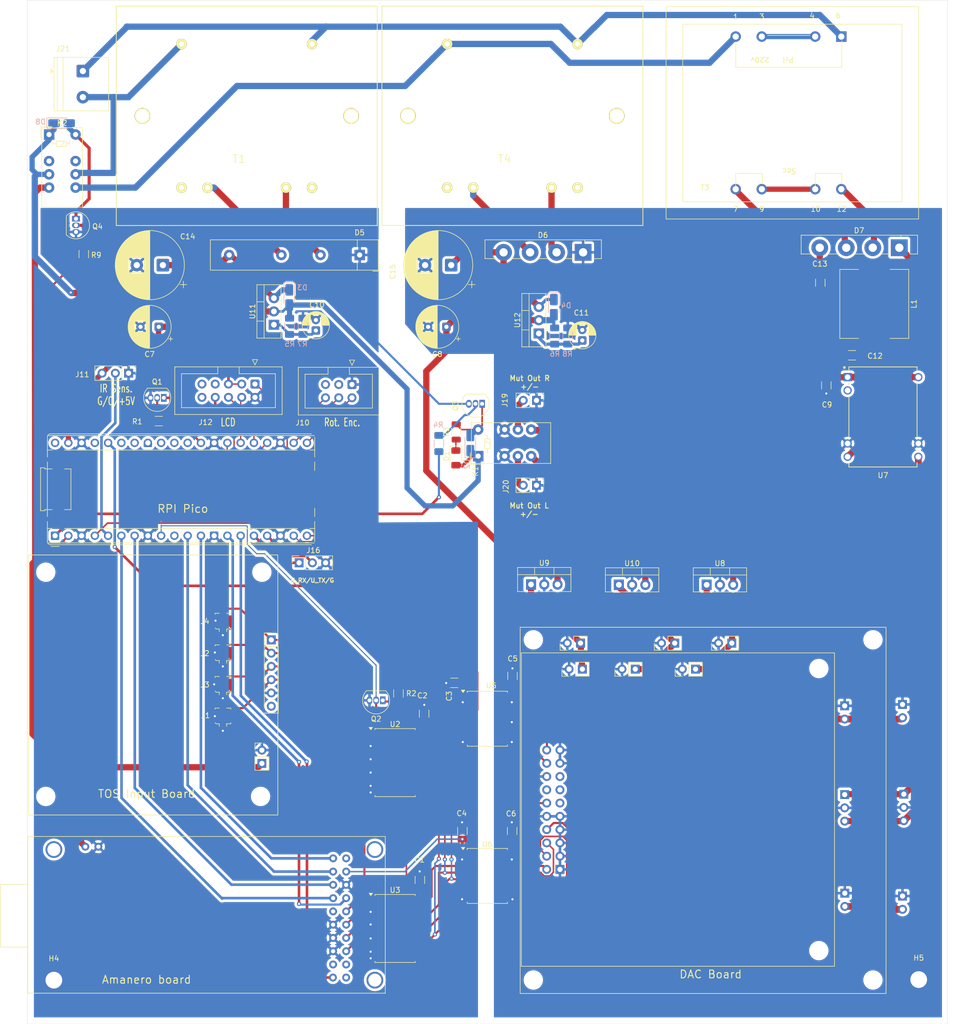
<source format=kicad_pcb>
(kicad_pcb (version 20241229) (generator "pcbnew") (generator_version "9.0")
  (layers (0 "F.Cu" signal) (2 "B.Cu" signal) (13 "F.Paste" user) (15 "B.Paste" user) (5 "F.SilkS" user "F.Silkscreen") (7 "B.SilkS" user "B.Silkscreen") (1 "F.Mask" user) (3 "B.Mask" user) (25 "Edge.Cuts" user))
  (net 0 "")
  (net 1 "+5V")
  (net 2 "GND")
  (net 3 "Net-(D4-A)")
  (net 4 "Net-(D7--)")
  (net 5 "/ROTENC_S2")
  (net 6 "/ROTENC_B")
  (net 7 "/ROTENC_A")
  (net 8 "/DAC_I2S_LR_B")
  (net 9 "/IR_OUT")
  (net 10 "Net-(U11-ADJ)")
  (net 11 "/LCD_SPI_TX")
  (net 12 "Net-(U12-ADJ)")
  (net 13 "Net-(U7-+VIN(VCC))")
  (net 14 "Net-(D3-K)")
  (net 15 "/LCD_SPI_SCK")
  (net 16 "Net-(D4-K)")
  (net 17 "/LCD_SPI_RST")
  (net 18 "Net-(Q1-B)")
  (net 19 "Net-(D1-K)")
  (net 20 "Net-(D2-A)")
  (net 21 "Net-(T1-SB)")
  (net 22 "Net-(T1-SA)")
  (net 23 "/DAC_PDN_CTRL")
  (net 24 "/DAC_I2S_SCK")
  (net 25 "Net-(D7-+)")
  (net 26 "/DAC_I2S_SD")
  (net 27 "+5VA_DAC_VREFH_5V")
  (net 28 "/DAC_I2C_SDA")
  (net 29 "Net-(D7-Pad3)")
  (net 30 "/DAC_I2S_MCK")
  (net 31 "/DAC_I2C_SCL")
  (net 32 "/DAC_I2S_LR")
  (net 33 "/F3")
  (net 34 "/UART_RX")
  (net 35 "GND3")
  (net 36 "Net-(D7-Pad2)")
  (net 37 "Net-(D8-A)")
  (net 41 "/DAC_I2S_MCK_B")
  (net 42 "/DAC_I2S_SD_B")
  (net 43 "/DAC_I2S_SCK_B")
  (net 44 "Net-(Q3-B)")
  (net 45 "/F0")
  (net 46 "/F1")
  (net 47 "Net-(J12-Pin_8)")
  (net 57 "PSU_CTRL")
  (net 61 "/MUT_OUT_R")
  (net 62 "Net-(J19-Pin_2)")
  (net 63 "Net-(J20-Pin_2)")
  (net 65 "/MUT_OUT_L")
  (net 66 "/DAC_3.3V_OUT")
  (net 67 "/DAC_I2S_SCK_A")
  (net 68 "/F2")
  (net 69 "/UART_TX")
  (net 70 "/DAC_I2S_SD_A")
  (net 71 "/DAC_I2S_LR_A")
  (net 72 "/LCD_LIGHT_CTRL")
  (net 74 "/MUTEON")
  (net 75 "/DSDON")
  (net 76 "Net-(Q4-B)")
  (net 77 "unconnected-(U2-Q3-Pad16)")
  (net 78 "/DAC_I2S_MCK_A")
  (net 79 "/I2SIN_CTRL")
  (net 80 "/AMUTE_CTRL")
  (net 81 "unconnected-(U2-Q7-Pad12)")
  (net 83 "/DAC_I2S_SCK_ISO")
  (net 84 "/DAC_I2S_SD_ISO")
  (net 85 "/DAC_I2C_SDA_ISO")
  (net 86 "/DAC_I2S_MCK_ISO")
  (net 87 "/DAC_I2C_SCL_ISO")
  (net 88 "/DAC_I2S_LR_ISO")
  (net 89 "unconnected-(U2-Q5-Pad14)")
  (net 90 "/AMANERO_3.3V_OUT")
  (net 91 "-12V")
  (net 92 "+12V")
  (net 93 "/psu/220VAC_Raw_2")
  (net 94 "/psu/220VAC_Raw_1")
  (net 95 "+3.3VA DAC_TVDD_3v3")
  (net 98 "+5VP")
  (net 100 "Net-(T3-Pad3)")
  (net 101 "Net-(T3-Pad10)")
  (net 102 "/PICO_3.3V_OUT")
  (net 103 "+3.3VA DAC_AVDD_3v3")
  (net 108 "unconnected-(U4-3V3_EN-Pad37)")
  (net 110 "/I2SIN_CTRL_INV")
  (net 120 "Net-(T4-SB)")
  (net 121 "Net-(T4-SA)")
  (net 122 "Net-(T4-AA)")
  (footprint "Capacitor_THT:CP_Radial_D13.0mm_P5.00mm" (layer "F.Cu") (at 102.181806 235.729501 180)
    (property "Reference" "C14")
    (property "Value" "1000uF")
  )
  (footprint "MyLibrary:RaspberryPi_Pico_Common_THT" (layer "F.Cu") (at 81.528 287.528 90)
    (property "Reference" "U4" (hide yes))
    (property "Value" "Pico")
  )
  (footprint "Package_TO_SOT_THT:TO-220-3_Vertical" (layer "F.Cu") (at 206.375 296.926)
    (property "Reference" "U8")
    (property "Value" "lt3042_breakout")
  )
  (footprint "MyLibrary:MYRRA_44266" (layer "F.Cu") (at 169.151637 207.141084)
    (property "Reference" "T4")
    (property "Value" "9V/10VA")
  )
  (footprint "Package_TO_SOT_THT:TO-220-3_Vertical" (layer "F.Cu") (at 174.22259 248.810501 90)
    (property "Reference" "U12")
    (property "Value" "LT1084-ADJ")
  )
  (footprint "MyLibrary:Transformer_Murata_PL10-28-130B" (layer "F.Cu") (at 222.102257 208.005461 180)
    (property "Reference" "T3")
    (property "Value" "Triad_VPP16-310")
  )
  (footprint "Resistor_SMD:R_1206_3216Metric" (layer "F.Cu") (at 158.385139 267.662633 -90)
    (property "Reference" "R3")
    (property "Value" "R")
  )
  (footprint "Resistor_SMD:R_1206_3216Metric_Pad1.30x1.75mm_HandSolder" (layer "F.Cu") (at 147.321928 317.723048 -90)
    (property "Reference" "R2")
    (property "Value" "R")
  )
  (footprint "Diode_THT:Diode_Bridge_Vishay_GBU" (layer "F.Cu") (at 243.27959 232.396501 180)
    (property "Reference" "D7")
    (property "Value" "B80C3x00-2200A")
  )
  (footprint "Package_TO_SOT_THT:TO-220-3_Vertical" (layer "F.Cu") (at 189.5475 296.926)
    (property "Reference" "U10")
    (property "Value" "lt3042_breakout")
  )
  (footprint "MountingHole:MountingHole_3.2mm_M3" (layer "F.Cu") (at 248.816395 189.025974)
    (property "Reference" "H6" (hide yes))
    (property "Value" "MountingHole")
  )
  (footprint "Connector_IDC:IDC-Header_2x05_P2.54mm_Vertical" (layer "F.Cu") (at 119.83 258.4975 -90)
    (property "Reference" "J12")
    (property "Value" "LCD")
  )
  (footprint "Capacitor_SMD:C_1206_3216Metric_Pad1.33x1.80mm_HandSolder" (layer "F.Cu") (at 158.018358 315.701091 180)
    (property "Reference" "C3")
    (property "Value" "0.1u")
  )
  (footprint "Capacitor_SMD:C_1206_3216Metric_Pad1.33x1.80mm_HandSolder" (layer "F.Cu") (at 228.149724 239.104866 -90)
    (property "Reference" "C13")
    (property "Value" "4.7uF")
  )
  (footprint "Resistor_SMD:R_1206_3216Metric_Pad1.30x1.75mm_HandSolder" (layer "F.Cu") (at 87.02492 233.612922 -90)
    (property "Reference" "R9")
    (property "Value" "R")
  )
  (footprint "Package_SO:SOIC-20W_7.5x12.8mm_P1.27mm" (layer "F.Cu") (at 146.675241 330.960786)
    (property "Reference" "U2")
    (property "Value" "74LS573")
  )
  (footprint "Capacitor_SMD:C_1206_3216Metric_Pad1.33x1.80mm_HandSolder" (layer "F.Cu") (at 169.106408 344.050763 90)
    (property "Reference" "C6")
    (property "Value" "0.1u")
  )
  (footprint "Capacitor_SMD:C_1206_3216Metric_Pad1.33x1.80mm_HandSolder" (layer "F.Cu") (at 152.239469 321.588756 -90)
    (property "Reference" "C2")
    (property "Value" "0.1u")
  )
  (footprint "Package_TO_SOT_THT:TO-92_Inline" (layer "F.Cu") (at 144.311949 319.045 180)
    (property "Reference" "Q2")
    (property "Value" "BS170")
  )
  (footprint "Connector_IDC:IDC-Header_2x03_P2.54mm_Vertical" (layer "F.Cu") (at 138.418598 258.5815 -90)
    (property "Reference" "J10")
    (property "Value" "Rotary Enc")
  )
  (footprint "Package_SO:SOIC-16W_7.5x10.3mm_P1.27mm" (layer "F.Cu") (at 164.351067 352.654376)
    (property "Reference" "U6")
    (property "Value" "ADuM1400xRW")
  )
  (footprint "LED_SMD:LED_1206_3216Metric" (layer "F.Cu") (at 158.32488 272.625279 -90)
    (property "Reference" "D1")
    (property "Value" "LED")
  )
  (footprint "Connector_PinSocket_2.54mm:PinSocket_1x03_P2.54mm_Vertical" (layer "F.Cu") (at 128.285 292.71 90)
    (property "Reference" "J16")
    (property "Value" "UART to RPI4")
  )
  (footprint "MountingHole:MountingHole_3.2mm_M3_Pad_TopBottom" (layer "F.Cu") (at 247.003477 372.500864)
    (property "Reference" "H5")
    (property "Value" "MountingHole")
  )
  (footprint "TerminalBlock_Philmore:TerminalBlock_Philmore_TB132_1x02_P5.00mm_Horizontal" (layer "F.Cu") (at 86.85325 198.576841 -90)
    (property "Reference" "J21")
    (property "Value" "220vac")
  )
  (footprint "Connector_Coaxial:U.FL_Molex_MCRF_73412-0110_Vertical" (layer "F.Cu") (at 113.688525 303.879366 180)
    (property "Reference" "J4")
    (property "Value" "Conn_Coaxial_Small")
  )
  (footprint "Connector_Coaxial:U.FL_Molex_MCRF_73412-0110_Vertical" (layer "F.Cu") (at 113.688525 309.929366 180)
    (property "Reference" "J2")
    (property "Value" "Conn_Coaxial_Small")
  )
  (footprint "Connector_PinHeader_2.54mm:PinHeader_1x03_P2.54mm_Vertical" (layer "F.Cu") (at 95.616 256.413 -90)
    (property "Reference" "J11")
    (property "Value" "IR Sensor")
  )
  (footprint "Connector_PinHeader_2.54mm:PinHeader_1x02_P2.54mm_Vertical" (layer "F.Cu") (at 173.767762 277.876 -90)
    (property "Reference" "J20")
    (property "Value" "Muted out R")
  )
  (footprint "Package_TO_SOT_THT:TO-220-3_Vertical" (layer "F.Cu") (at 172.72 296.86)
    (property "Reference" "U9")
    (property "Value" "lt3042_breakout")
  )
  (footprint "MyLibrary:Amanero Combo768" (layer "F.Cu") (at 76.3 345.1075 -90)
    (property "Reference" "J14" (hide yes))
    (property "Value" "Amanero board")
  )
  (footprint "Relay_THT:Relay_DPDT_Omron_G6S-2" (layer "F.Cu") (at 162.591762 272.288 90)
    (property "Reference" "K1")
    (property "Value" "G6S-2" (hide yes))
  )
  (footprint "Capacitor_THT:CP_Radial_D13.0mm_P5.00mm" (layer "F.Cu") (at 157.426806 235.729501 180)
    (property "Reference" "C15")
    (property "Value" "C_Polarized")
  )
  (footprint "MyLibrary:TDR 2 DUAL_TRP" (layer "F.Cu") (at 233.382 257.175)
    (property "Reference" "U7")
    (property "Value" "TDR 2-1222")
  )
  (footprint "Capacitor_SMD:C_1206_3216Metric_Pad1.33x1.80mm_HandSolder" (layer "F.Cu") (at 234.248239 252.987288 180)
    (property "Reference" "C12")
    (property "Value" "4.7uF")
  )
  (footprint "Package_TO_SOT_THT:TO-220-3_Vertical" (layer "F.Cu") (at 123.458485 247.133559 90)
    (property "Reference" "U11")
    (property "Value" "LT1084-ADJ")
  )
  (footprint "Capacitor_SMD:C_1206_3216Metric_Pad1.33x1.80mm_HandSolder" (layer "F.Cu") (at 229.298563 258.749703 90)
    (property "Reference" "C9")
    (property "Value" "220pF")
  )
  (footprint "Package_TO_SOT_THT:TO-92_Inline" (layer "F.Cu") (at 102.362 261.133 180)
    (property "Reference" "Q1")
    (property "Value" "BC547")
  )
  (footprint "MyLibrary:diyinkhak4490+4497board" (layer "F.Cu") (at 230.8656 369.951 90)
    (property "Reference" "J13" (hide yes))
    (property "Value" "DAC Board")
  )
  (footprint "Capacitor_THT:CP_Radial_D5.0mm_P2.00mm" (layer "F.Cu") (at 131.48959 248.241614 90)
    (property "Reference" "C10")
    (property "Value" "10uF")
  )
  (footprint "Resistor_SMD:R_1206_3216Metric_Pad1.30x1.75mm_HandSolder" (layer "F.Cu") (at 101.391429 265.586937 180)
    (property "Reference" "R1")
    (property "Value" "R")
  )
  (footprint "Capacitor_SMD:C_1206_3216Metric_Pad1.33x1.80mm_HandSolder" (layer "F.Cu") (at 169.174873 314.352378 90)
    (property "Reference" "C5")
    (property "Value" "0.1u")
  )
  (footprint "Package_TO_SOT_THT:TO-92_Inline" (layer "F.Cu") (at 85.53559 226.839501 -90)
    (property "Reference" "Q4")
    (property "Value" "BC547")
  )
  (footprint "Relay_THT:Relay_DPDT_Omron_G6S-2" (layer "F.Cu") (at 80.373527 210.727612)
    (property "Reference" "K2")
    (property "Value" "G6S-2")
  )
  (footprint "Capacitor_THT:CP_Radial_D8.0mm_P3.50mm" (layer "F.Cu") (at 101.392241 247.540501 180)
    (property "Reference" "C7")
    (property "Value" "100uF")
  )
  (footprint "Capacitor_SMD:C_1206_3216Metric_Pad1.33x1.80mm_HandSolder" (layer "F.Cu") (at 151.419852 353.418451 90)
    (property "Reference" "C1")
    (property "Value" "0.1u")
  )
  (footprint "Package_SO:SOIC-20W_7.5x12.8mm_P1.27mm" (layer "F.Cu") (at 146.675241 362.714346)
    (property "Reference" "U3")
    (property "Value" "74LS573")
  )
  (footprint "Connector_PinHeader_2.54mm:PinHeader_1x02_P2.54mm_Vertical" (layer "F.Cu") (at 173.767762 261.62 -90)
    (property "Reference" "J19")
    (property "Value" "Muted out L")
  )
  (footprint "Package_TO_SOT_THT:TO-92_Inline" (layer "F.Cu") (at 163.353762 262.276 180)
    (property "Reference" "Q3")
    (property "Value" "BC547")
  )
  (footprint "MyLibrary:MYRRA_44266" (layer "F.Cu") (at 118.256296 207.152501)
    (property "Reference" "T1")
    (property "Value" "9V/10VA")
  )
  (footprint "MountingHole:MountingHole_3.2mm_M3_Pad_TopBottom" (layer "F.Cu") (at 81.297815 372.608499)
    (property "Reference" "H4")
    (property "Value" "MountingHole")
  )
  (footprint "Inductor_SMD:L_Neosid_SM-NE127_HandSoldering" (layer "F.Cu") (at 238.484538 243.152397 -90)
    (property "Reference" "L1")
    (property "Value" "12uH")
  )
  (footprint "Connector_Coaxial:U.FL_Molex_MCRF_73412-0110_Vertical" (layer "F.Cu") (at 113.688525 322.029366 180)
    (property "Reference" "J1")
    (property "Value" "Conn_Coaxial_Small")
  )
  (footprint "Diode_THT:Diode_Bridge_32.0x5.6x17.0mm_P10.0mm_P7.5mm" (layer "F.Cu") (at 139.88309 233.782001 180)
    (property "Reference" "D5")
    (property "Value" "B80C3x00-2200A")
  )
  (footprint "MyLibrary:tosInputBoard" (layer "F.Cu") (at 102.8655 315.595 -90)
    (property "Reference" "J9" (hide yes))
    (property "Value" "TOS Board")
  )
  (footprint "MountingHole:MountingHole_3.2mm_M3" (layer "F.Cu") (at 80.383554 189.122059)
    (property "Reference" "H3" (hide yes))
    (property "Value" "MountingHole")
  )
  (footprint "Capacitor_SMD:C_1206_3216Metric_Pad1.33x1.80mm_HandSolder" (layer "F.Cu") (at 159.571067 344.050763 90)
    (property "Reference" "C4")
    (property "Value" "0.1u")
  )
  (footprint "Package_SO:SOIC-16W_7.5x10.3mm_P1.27mm" (layer "F.Cu") (at 164.351893 322.557111)
    (property "Reference" "U5")
    (property "Value" "ADuM1400xRW")
  )
  (footprint "Capacitor_THT:CP_Radial_D8.0mm_P3.50mm" (layer "F.Cu") (at 156.510241 247.540501 180)
    (property "Reference" "C8")
    (property "Value" "C_Polarized")
  )
  (footprint "Connector_Coaxial:U.FL_Molex_MCRF_73412-0110_Vertical" (layer "F.Cu") (at 113.688525 315.979366 180)
    (property "Reference" "J3")
    (property "Value" "Conn_Coaxial_Small")
  )
  (footprint "Diode_THT:Diode_Bridge_Vishay_GBU" (layer "F.Cu") (at 182.70059 233.282001 180)
    (property "Reference" "D6")
    (property "Value" "B80C3x00-2200A")
  )
  (footprint "Capacitor_THT:CP_Radial_D5.0mm_P2.00mm" (layer "F.Cu") (at 182.54359 250.146614 90)
    (property "Reference" "C11")
    (property "Value" "C_Polarized")
  )
  (footprint "Diode_SMD:D_MicroMELF_Handsoldering" (layer "B.Cu") (at 177.093314 243.772713 -90)
    (property "Reference" "D4")
    (property "Value" "1N4004")
  )
  (footprint "Resistor_SMD:R_1206_3216Metric_Pad1.30x1.75mm_HandSolder" (layer "B.Cu") (at 179.760423 249.300794 90)
    (property "Reference" "R8")
    (property "Value" "R_Small")
  )
  (footprint "Diode_SMD:D_MicroMELF_Handsoldering" (layer "B.Cu") (at 126.397172 241.915702 -90)
    (property "Reference" "D3")
    (property "Value" "1N4004")
  )
  (footprint "Resistor_SMD:R_1206_3216Metric_Pad1.30x1.75mm_HandSolder" (layer "B.Cu") (at 155.069992 269.875 90)
    (property "Reference" "R4")
    (property "Value" "R")
  )
  (footprint "Resistor_SMD:R_1206_3216Metric_Pad1.30x1.75mm_HandSolder" (layer "B.Cu") (at 129.02782 247.44472 90)
    (property "Reference" "R7")
    (property "Value" "R_Small")
  )
  (footprint "Resistor_SMD:R_1206_3216Metric_Pad1.30x1.75mm_HandSolder" (layer "B.Cu") (at 177.244505 249.300794 90)
    (property "Reference" "R6")
    (property "Value" "R")
  )
  (footprint "Diode_SMD:D_MicroMELF_Handsoldering" (layer "B.Cu") (at 82.77359 208.551501)
    (property "Reference" "D8")
    (property "Value" "1N4004")
  )
  (footprint "Resistor_SMD:R_1206_3216Metric_Pad1.30x1.75mm_HandSolder" (layer "B.Cu") (at 126.452893 247.44472 90)
    (property "Reference" "R5")
    (property "Value" "R" (hide yes))
  )
  (footprint "Diode_SMD:D_MicroMELF_Handsoldering" (layer "B.Cu") (at 161.092881 269.795036 90)
    (property "Reference" "D2")
    (property "Value" "1N4004")
  )
  (gr_rect (start 76.2 185) (end 252.5 381) (stroke (width 0.05)) (fill no) (layer "Edge.Cuts"))
  (gr_text "amanero+diyinhk v0.1" (at 192.7352 240.4364 0) (layer "F.Cu") (effects (font (size 1.5 1.5) (thickness 0.3) (bold yes)) (justify left bottom)))
  (gr_text "Mut Out R\n+/-" (at 172.466 259.588 0) (layer "F.SilkS") (effects (font (size 1 1) (thickness 0.1875)) (justify bottom)))
  (gr_text "U_RX/U_TX/G" (at 130.81 296.545 0) (layer "F.SilkS") (effects (font (size 0.8 0.8) (thickness 0.1875)) (justify bottom)))
  (gr_text "RPI Pico" (at 106 283.25 0) (layer "F.SilkS") (effects (font (size 1.5 1.5) (thickness 0.1875)) (justify bottom)))
  (gr_text "TOS Input Board" (at 99.06 337.82 0) (layer "F.SilkS") (effects (font (size 1.5 1.5) (thickness 0.1875)) (justify bottom)))
  (gr_text "Mut Out L\n+/-" (at 172.370762 283.972 0) (layer "F.SilkS") (effects (font (size 1 1) (thickness 0.1875)) (justify bottom)))
  (gr_text "DAC Board" (at 207.137 372.364 0) (layer "F.SilkS") (effects (font (size 1.5 1.5) (thickness 0.1875)) (justify bottom)))
  (gr_text "Rot. Enc." (at 136.525 266.7 0) (layer "F.SilkS") (effects (font (size 1.5 1) (thickness 0.1875)) (justify bottom)))
  (gr_text "IR Sens.\nG/O/+5V" (at 93.218 262.636 0) (layer "F.SilkS") (effects (font (size 1.5 1) (thickness 0.1875)) (justify bottom)))
  (gr_text "Amanero board" (at 99.06 373.38 0) (layer "F.SilkS") (effects (font (size 1.5 1.5) (thickness 0.1875)) (justify bottom)))
  (gr_text "LCD" (at 114.681 266.7 0) (layer "F.SilkS") (effects (font (size 1.5 1) (thickness 0.1875)) (justify bottom)))
  (segment (start 84.068 269.748) (end 84.068 262.881) (width 1) (layer "F.Cu") (net 1))
  (segment (start 105.96259 241.063501) (end 108.631241 243.732152) (width 1.2) (layer "F.Cu") (net 1))
  (segment (start 121.228532 244.593559) (end 123.458485 244.593559) (width 1.2) (layer "F.Cu") (net 1))
  (segment (start 108.631241 247.540501) (end 101.392241 247.540501) (width 1.2) (layer "F.Cu") (net 1))
  (segment (start 101.346 250.698) (end 101.346 247.586742) (width 1) (layer "F.Cu") (net 1))
  (segment (start 96.251 250.698) (end 101.346 250.698) (width 1) (layer "F.Cu") (net 1))
  (segment (start 114.75 253.65926) (end 108.631241 247.540501) (width 0.5) (layer "F.Cu") (net 1))
  (segment (start 123.587539 244.464505) (end 123.458485 244.593559) (width 0.5) (layer "F.Cu") (net 1))
  (segment (start 90.536 256.413) (end 96.251 250.698) (width 1) (layer "F.Cu") (net 1))
  (segment (start 108.631241 243.732152) (end 108.631241 245.381501) (width 1.2) (layer "F.Cu") (net 1))
  (segment (start 158.400762 274.025279) (end 158.32488 274.025279) (width 0.6) (layer "F.Cu") (net 1))
  (segment (start 162.591762 272.288) (end 161.448762 272.288) (width 0.6) (layer "F.Cu") (net 1))
  (segment (start 120.44059 245.381501) (end 121.228532 244.593559) (width 1.2) (layer "F.Cu") (net 1))
  (segment (start 84.068 262.881) (end 90.536 256.413) (width 1) (layer "F.Cu") (net 1))
  (segment (start 161.448762 272.288) (end 159.543762 274.193) (width 0.6) (layer "F.Cu") (net 1))
  (segment (start 114.75 258.4975) (end 117.29 258.4975) (width 0.25) (layer "F.Cu") (net 1))
  (segment (start 159.543762 274.193) (end 159.376041 274.025279) (width 0.6) (layer "F.Cu") (net 1))
  (segment (start 114.75 258.4975) (end 114.75 253.65926) (width 0.5) (layer "F.Cu") (net 1))
  (segment (start 108.631241 245.381501) (end 120.44059 245.381501) (width 1.2) (layer "F.Cu") (net 1))
  (segment (start 108.631241 245.381501) (end 108.631241 247.540501) (width 1.2) (layer "F.Cu") (net 1))
  (segment (start 84.62559 241.063501) (end 105.96259 241.063501) (width 1.2) (layer "F.Cu") (net 1))
  (segment (start 159.376041 274.025279) (end 158.400762 274.025279) (width 0.6) (layer "F.Cu") (net 1))
  (via (at 84.531544 240.969456) (size 0.8) (drill 0.4) (layers "F.Cu" "B.Cu") (net 1))
  (segment (start 125.169315 244.593559) (end 126.397172 243.365702) (width 0.5) (layer "B.Cu") (net 1))
  (segment (start 78.038701 218.347612) (end 77.64059 218.745723) (width 1.2) (layer "B.Cu") (net 1))
  (segment (start 152.4 281.813) (end 157.738207 281.813) (width 1) (layer "B.Cu") (net 1))
  (segment (start 157.738207 281.813) (end 162.591762 276.959445) (width 1) (layer "B.Cu") (net 1))
  (segment (start 77.64059 234.078501) (end 84.531544 240.969456) (width 1.2) (layer "B.Cu") (net 1))
  (segment (start 84.531544 240.969456) (end 84.62559 241.063501) (width 1.2) (layer "B.Cu") (net 1))
  (segment (start 101.346 247.586742) (end 101.392241 247.540501) (width 1) (layer "B.Cu") (net 1))
  (segment (start 81.32359 208.551501) (end 81.32359 209.777549) (width 1) (layer "B.Cu") (net 1))
  (segment (start 126.397172 243.365702) (end 132.875702 243.365702) (width 1) (layer "B.Cu") (net 1))
  (segment (start 78.038701 218.347612) (end 80.373527 218.347612) (width 1) (layer "B.Cu") (net 1))
  (segment (start 80.373527 211.787564) (end 77.13259 215.028501) (width 1) (layer "B.Cu") (net 1))
  (segment (start 80.373527 210.727612) (end 80.373527 211.787564) (width 1) (layer "B.Cu") (net 1))
  (segment (start 123.458485 244.593559) (end 125.169315 244.593559) (width 0.5) (layer "B.Cu") (net 1))
  (segment (start 77.13259 217.441501) (end 78.038701 218.347612) (width 1) (layer "B.Cu") (net 1))
  (segment (start 77.13259 215.028501) (end 77.13259 217.441501) (width 1) (layer "B.Cu") (net 1))
  (segment (start 148.971 259.461) (end 148.971 278.388207) (width 1) (layer "B.Cu") (net 1))
  (segment (start 148.975207 278.388207) (end 152.4 281.813) (width 1) (layer "B.Cu") (net 1))
  (segment (start 161.548798 271.245036) (end 162.591762 272.288) (width 0.6) (layer "B.Cu") (net 1))
  (segment (start 77.64059 218.745723) (end 77.64059 234.078501) (width 1.2) (layer "B.Cu") (net 1))
  (segment (start 126.452893 243.421423) (end 126.397172 243.365702) (width 1) (layer "B.Cu") (net 1))
  (segment (start 148.971 278.388207) (end 148.975207 278.388207) (width 0.6) (layer "B.Cu") (net 1))
  (segment (start 81.32359 209.777549) (end 80.373527 210.727612) (width 1) (layer "B.Cu") (net 1))
  (segment (start 126.452893 245.89472) (end 126.452893 243.421423) (width 1) (layer "B.Cu") (net 1))
  (segment (start 162.591762 276.959445) (end 162.591762 272.288) (width 1) (layer "B.Cu") (net 1))
  (segment (start 132.875702 243.365702) (end 148.971 259.461) (width 1) (layer "B.Cu") (net 1))
  (segment (start 161.092881 271.245036) (end 161.548798 271.245036) (width 0.6) (layer "B.Cu") (net 1))
  (segment (start 113.688525 323.529366) (end 113.688525 324.842475) (width 0.3) (layer "F.Cu") (net 2))
  (segment (start 113.688525 323.529366) (end 115.255634 323.529366) (width 0.3) (layer "F.Cu") (net 2))
  (segment (start 115.163525 315.979366) (end 115.163525 317.271475) (width 0.3) (layer "F.Cu") (net 2))
  (segment (start 115.163525 303.879366) (end 115.163525 305.333475) (width 0.3) (layer "F.Cu") (net 2))
  (segment (start 115.163525 317.271475) (end 114.808 317.627) (width 0.3) (layer "F.Cu") (net 2))
  (segment (start 115.255634 323.529366) (end 115.316 323.469) (width 0.3) (layer "F.Cu") (net 2))
  (segment (start 115.163525 323.316525) (end 115.163525 322.029366) (width 0.3) (layer "F.Cu") (net 2))
  (segment (start 113.688525 317.479366) (end 113.688525 318.619475) (width 0.3) (layer "F.Cu") (net 2))
  (segment (start 114.660366 317.479366) (end 113.688525 317.479366) (width 0.3) (layer "F.Cu") (net 2))
  (segment (start 113.688525 311.429366) (end 113.688525 312.523475) (width 0.3) (layer "F.Cu") (net 2))
  (segment (start 113.688525 312.523475) (end 113.665 312.547) (width 0.3) (layer "F.Cu") (net 2))
  (segment (start 115.163525 311.175475) (end 114.909634 311.429366) (width 0.3) (layer "F.Cu") (net 2))
  (segment (start 113.688525 324.842475) (end 113.665 324.866) (width 0.3) (layer "F.Cu") (net 2))
  (segment (start 113.688525 305.379366) (end 113.688525 306.554475) (width 0.3) (layer "F.Cu") (net 2))
  (segment (start 115.163525 309.929366) (end 115.163525 311.175475) (width 0.3) (layer "F.Cu") (net 2))
  (segment (start 115.062 305.435) (end 115.006366 305.379366) (width 0.3) (layer "F.Cu") (net 2))
  (segment (start 114.808 317.627) (end 114.660366 317.479366) (width 0.3) (layer "F.Cu") (net 2))
  (segment (start 113.688525 318.619475) (end 113.665 318.643) (width 0.3) (layer "F.Cu") (net 2))
  (segment (start 115.316 323.469) (end 115.163525 323.316525) (width 0.3) (layer "F.Cu") (net 2))
  (segment (start 115.163525 305.333475) (end 115.062 305.435) (width 0.3) (layer "F.Cu") (net 2))
  (segment (start 114.909634 311.429366) (end 113.688525 311.429366) (width 0.3) (layer "F.Cu") (net 2))
  (segment (start 113.688525 306.554475) (end 113.665 306.578) (width 0.3) (layer "F.Cu") (net 2))
  (segment (start 115.006366 305.379366) (end 113.688525 305.379366) (width 0.3) (layer "F.Cu") (net 2))
  (via (at 152.273 319.913) (size 0.8) (drill 0.4) (layers "F.Cu" "B.Cu") (net 2))
  (via (at 159.639 327.025) (size 0.8) (drill 0.4) (layers "F.Cu" "B.Cu") (net 2))
  (via (at 141.986 361.95) (size 0.8) (drill 0.4) (layers "F.Cu" "B.Cu") (net 2))
  (via (at 151.384 351.79) (size 0.8) (drill 0.4) (layers "F.Cu" "B.Cu") (net 2))
  (via (at 112.141 309.88) (size 0.8) (drill 0.4) (layers "F.Cu" "B.Cu") (net 2))
  (via (at 113.665 312.547) (size 0.8) (drill 0.4) (layers "F.Cu" "B.Cu") (net 2))
  (via (at 141.986 335.407) (size 0.8) (drill 0.4) (layers "F.Cu" "B.Cu") (net 2))
  (via (at 141.986 332.867) (size 0.8) (drill 0.4) (layers "F.Cu" "B.Cu") (net 2))
  (via (at 113.665 318.643) (size 0.8) (drill 0.4) (layers "F.Cu" "B.Cu") (net 2))
  (via (at 141.986 367.157) (size 0.8) (drill 0.4) (layers "F.Cu" "B.Cu") (net 2))
  (via (at 159.512 357.124) (size 0.8) (drill 0.4) (layers "F.Cu" "B.Cu") (net 2))
  (via (at 141.986 359.537) (size 0.8) (drill 0.4) (layers "F.Cu" "B.Cu") (net 2))
  (via (at 141.986 364.617) (size 0.8) (drill 0.4) (layers "F.Cu" "B.Cu") (net 2))
  (via (at 159.512 342.392) (size 0.8) (drill 0.4) (layers "F.Cu" "B.Cu") (net 2))
  (via (at 112.268 303.784) (size 0.8) (drill 0.4) (layers "F.Cu" "B.Cu") (net 2))
  (via (at 159.512 349.504) (size 0.8) (drill 0.4) (layers "F.Cu" "B.Cu") (net 2))
  (via (at 113.665 324.866) (size 0.8) (drill 0.4) (layers "F.Cu" "B.Cu") (net 2))
  (via (at 112.141 322.072) (size 0.8) (drill 0.4) (layers "F.Cu" "B.Cu") (net 2))
  (via (at 112.014 315.976) (size 0.8) (drill 0.4) (layers "F.Cu" "B.Cu") (net 2))
  (via (at 141.986 368.427) (size 0.8) (drill 0.4) (layers "F.Cu" "B.Cu") (net 2))
  (via (at 156.464 315.722) (size 0.8) (drill 0.4) (layers "F.Cu" "B.Cu") (net 2))
  (via (at 159.639 319.405) (size 0.8) (drill 0.4) (layers "F.Cu" "B.Cu") (net 2))
  (via (at 141.986 330.327) (size 0.8) (drill 0.4) (layers "F.Cu" "B.Cu") (net 2))
  (via (at 141.986 327.787) (size 0.8) (drill 0.4) (layers "F.Cu" "B.Cu") (net 2))
  (via (at 141.986 336.677) (size 0.8) (drill 0.4) (layers "F.Cu" "B.Cu") (net 2))
  (via (at 113.665 306.578) (size 0.8) (drill 0.4) (layers "F.Cu" "B.Cu") (net 2))
  (segment (start 129.02782 245.89472) (end 131.142696 245.89472) (width 0.5) (layer "B.Cu") (net 2))
  (segment (start 155.07318 262.276) (end 139.88309 247.08591) (width 0.4) (layer "B.Cu") (net 2))
  (segment (start 131.142696 245.89472) (end 131.48959 246.241614) (width 0.5) (layer "B.Cu") (net 2))
  (segment (start 139.954 233.852911) (end 139.88309 233.782001) (width 0.5) (layer "B.Cu") (net 2))
  (segment (start 160.813762 262.276) (end 155.07318 262.276) (width 0.4) (layer "B.Cu") (net 2))
  (segment (start 139.88309 247.08591) (end 139.88309 233.782001) (width 0.4) (layer "B.Cu") (net 2))
  (segment (start 194.6275 290.857584) (end 194.6275 296.926) (width 1.2) (layer "F.Cu") (net 3))
  (segment (start 168.214 290.642) (end 177.8 290.642) (width 1.2) (layer "F.Cu") (net 3))
  (segment (start 177.8 290.642) (end 177.8 296.86) (width 1.2) (layer "F.Cu") (net 3))
  (segment (start 156.510241 247.540501) (end 157.780241 246.270501) (width 1.2) (layer "F.Cu") (net 3))
  (segment (start 156.510241 247.540501) (end 156.510241 252.175759) (width 1.2) (layer "F.Cu") (net 3))
  (segment (start 211.455 290.769) (end 211.455 296.926) (width 1.2) (layer "F.Cu") (net 3))
  (segment (start 157.780241 246.270501) (end 174.22259 246.270501) (width 1.2) (layer "F.Cu") (net 3))
  (segment (start 152.654 275.082) (end 168.214 290.642) (width 1.2) (layer "F.Cu") (net 3))
  (segment (start 156.510241 252.175759) (end 152.654 256.032) (width 1.2) (layer "F.Cu") (net 3))
  (segment (start 152.654 256.032) (end 152.654 275.082) (width 1.2) (layer "F.Cu") (net 3))
  (segment (start 194.437 290.667084) (end 195.58 290.673929) (width 1.2) (layer "F.Cu") (net 3))
  (segment (start 177.8 290.642) (end 190.2485 290.642) (width 1.2) (layer "F.Cu") (net 3))
  (segment (start 195.58 290.673929) (end 211.455 290.769) (width 1.2) (layer "F.Cu") (net 3))
  (segment (start 190.2485 290.642) (end 194.437 290.667084) (width 1.2) (layer "F.Cu") (net 3))
  (segment (start 194.437 290.667084) (end 194.6275 290.857584) (width 1.2) (layer "F.Cu") (net 3))
  (segment (start 177.093314 247.599603) (end 177.244505 247.750794) (width 0.6) (layer "B.Cu") (net 3))
  (segment (start 177.093314 245.222713) (end 177.093314 246.651501) (width 0.6) (layer "B.Cu") (net 3))
  (segment (start 174.22259 246.270501) (end 176.712314 246.270501) (width 1.2) (layer "B.Cu") (net 3))
  (segment (start 177.093314 246.651501) (end 177.093314 247.599603) (width 0.6) (layer "B.Cu") (net 3))
  (segment (start 243.27959 232.396501) (end 249.936 239.052911) (width 1.3) (layer "F.Cu") (net 4))
  (segment (start 240.919 263.017) (end 235.077 257.175) (width 1.3) (layer "F.Cu") (net 4))
  (segment (start 249.936 263.017) (end 240.919 263.017) (width 1.3) (layer "F.Cu") (net 4))
  (segment (start 232.685739 252.987288) (end 232.685739 253.800027) (width 1.2) (layer "F.Cu") (net 4))
  (segment (start 228.149724 248.451273) (end 232.685739 252.987288) (width 1.2) (layer "F.Cu") (net 4))
  (segment (start 233.369797 257.187203) (end 233.382 257.175) (width 1.2) (layer "F.Cu") (net 4))
  (segment (start 229.298563 257.187203) (end 233.369797 257.187203) (width 1.2) (layer "F.Cu") (net 4))
  (segment (start 232.685739 253.800027) (end 229.298563 257.187203) (width 1.2) (layer "F.Cu") (net 4))
  (segment (start 249.936 239.052911) (end 249.936 263.017) (width 1.3) (layer "F.Cu") (net 4))
  (segment (start 235.077 257.175) (end 233.382 257.175) (width 1.3) (layer "F.Cu") (net 4))
  (segment (start 228.149724 240.667366) (end 228.149724 248.451273) (width 1.2) (layer "F.Cu") (net 4))
  (segment (start 127.980049 266.480049) (end 133.338598 261.1215) (width 0.25) (layer "F.Cu") (net 5))
  (segment (start 114.5 272) (end 126 272) (width 0.25) (layer "F.Cu") (net 5))
  (segment (start 114.5 272) (end 114.5 269.796) (width 0.25) (layer "F.Cu") (net 5))
  (segment (start 126 268.460098) (end 127.980049 266.480049) (width 0.25) (layer "F.Cu") (net 5))
  (segment (start 126 272) (end 126 268.460098) (width 0.25) (layer "F.Cu") (net 5))
  (segment (start 114.5 269.796) (end 114.548 269.748) (width 0.25) (layer "B.Cu") (net 5))
  (segment (start 127.252098 269.748) (end 135.878598 261.1215) (width 0.25) (layer "F.Cu") (net 6))
  (segment (start 127.248 269.748) (end 127.252098 269.748) (width 0.25) (layer "B.Cu") (net 6))
  (segment (start 129.792098 269.748) (end 138.418598 261.1215) (width 0.25) (layer "F.Cu") (net 7))
  (segment (start 129.788 269.748) (end 129.792098 269.748) (width 0.25) (layer "B.Cu") (net 7))
  (segment (start 138.478154 363.349346) (end 142.025241 363.349346) (width 0.4) (layer "F.Cu") (net 8))
  (segment (start 137.3 364.5275) (end 138.478154 363.349346) (width 0.4) (layer "F.Cu") (net 8))
  (segment (start 93.076 265.953) (end 90.424 268.605) (width 0.5) (layer "B.Cu") (net 9))
  (segment (start 90.424 268.605) (end 90.424 286.264) (width 0.5) (layer "B.Cu") (net 9))
  (segment (start 93.076 256.413) (end 93.076 265.953) (width 0.5) (layer "B.Cu") (net 9))
  (segment (start 90.424 286.264) (end 91.688 287.528) (width 0.5) (layer "B.Cu") (net 9))
  (segment (start 123.458485 247.133559) (end 123.458485 247.338226) (width 0.5) (layer "F.Cu") (net 10))
  (segment (start 126.452893 248.99472) (end 129.02782 248.99472) (width 0.5) (layer "B.Cu") (net 10))
  (segment (start 124.591732 247.133559) (end 126.452893 248.99472) (width 0.5) (layer "B.Cu") (net 10))
  (segment (start 130.736484 248.99472) (end 131.48959 248.241614) (width 0.5) (layer "B.Cu") (net 10))
  (segment (start 123.458485 247.133559) (end 124.591732 247.133559) (width 0.5) (layer "B.Cu") (net 10))
  (segment (start 126.452893 248.99472) (end 130.736484 248.99472) (width 0.5) (layer "B.Cu") (net 10))
  (segment (start 126.455574 249.105792) (end 126.583323 248.978043) (width 1) (layer "B.Cu") (net 10))
  (segment (start 119.628 263.872) (end 121.25 262.25) (width 0.25) (layer "F.Cu") (net 11))
  (segment (start 119.628 269.748) (end 119.628 263.872) (width 0.25) (layer "F.Cu") (net 11))
  (segment (start 121.25 262.25) (end 121.25 259.75) (width 0.25) (layer "F.Cu") (net 11))
  (segment (start 121.25 259.75) (end 119.9975 258.4975) (width 0.25) (layer "F.Cu") (net 11))
  (segment (start 119.9975 258.4975) (end 119.83 258.4975) (width 0.25) (layer "B.Cu") (net 11))
  (segment (start 174.22259 249.633501) (end 175.55859 250.969501) (width 0.6) (layer "B.Cu") (net 12))
  (segment (start 181.83941 250.850794) (end 182.54359 250.146614) (width 0.6) (layer "B.Cu") (net 12))
  (segment (start 175.55859 250.969501) (end 175.677297 250.850794) (width 0.6) (layer "B.Cu") (net 12))
  (segment (start 174.22259 248.810501) (end 174.22259 249.633501) (width 0.6) (layer "B.Cu") (net 12))
  (segment (start 179.760423 250.850794) (end 181.83941 250.850794) (width 0.6) (layer "B.Cu") (net 12))
  (segment (start 175.677297 250.850794) (end 179.760423 250.850794) (width 0.6) (layer "B.Cu") (net 12))
  (segment (start 238.883489 250.313489) (end 245.745 257.175) (width 1.2) (layer "F.Cu") (net 13))
  (segment (start 245.745 257.175) (end 246.932001 257.175) (width 1.2) (layer "F.Cu") (net 13))
  (segment (start 238.484538 250.313489) (end 238.883489 250.313489) (width 1.2) (layer "F.Cu") (net 13))
  (segment (start 238.484538 250.313489) (end 235.810739 252.987288) (width 1.2) (layer "F.Cu") (net 13))
  (segment (start 238.484538 248.652397) (end 238.484538 250.313489) (width 1.2) (layer "F.Cu") (net 13))
  (segment (start 115.186927 233.782001) (end 123.458485 242.053559) (width 1) (layer "F.Cu") (net 14))
  (segment (start 102.181806 235.729501) (end 112.93559 235.729501) (width 1.2) (layer "F.Cu") (net 14))
  (segment (start 123.947539 241.564505) (end 123.458485 242.053559) (width 0.5) (layer "F.Cu") (net 14))
  (segment (start 112.93559 235.729501) (end 114.88309 233.782001) (width 1.2) (layer "F.Cu") (net 14))
  (segment (start 125.046342 240.465702) (end 123.458485 242.053559) (width 1) (layer "B.Cu") (net 14))
  (segment (start 123.243356 242.268688) (end 123.458485 242.053559) (width 1.2) (layer "B.Cu") (net 14))
  (segment (start 126.397172 240.465702) (end 125.046342 240.465702) (width 1) (layer "B.Cu") (net 14))
  (segment (start 114.88309 233.782001) (end 115.186927 233.782001) (width 1) (layer "B.Cu") (net 14))
  (segment (start 116 271.25) (end 120.666 271.25) (width 0.25) (layer "F.Cu") (net 15))
  (segment (start 115.824 262.1115) (end 115.824 271.074) (width 0.25) (layer "F.Cu") (net 15))
  (segment (start 114.75 261.0375) (end 115.824 262.1115) (width 0.25) (layer "F.Cu") (net 15))
  (segment (start 115.824 271.074) (end 116 271.25) (width 0.25) (layer "F.Cu") (net 15))
  (segment (start 120.666 271.25) (end 122.168 269.748) (width 0.25) (layer "F.Cu") (net 15))
  (segment (start 115.2875 260.5) (end 114.75 261.0375) (width 0.25) (layer "B.Cu") (net 15))
  (segment (start 167.46059 236.968501) (end 174.22259 243.730501) (width 1.2) (layer "F.Cu") (net 16))
  (segment (start 167.46059 233.282001) (end 167.46059 236.968501) (width 1.2) (layer "F.Cu") (net 16))
  (segment (start 159.874306 233.282001) (end 157.426806 235.729501) (width 1.2) (layer "F.Cu") (net 16))
  (segment (start 167.46059 233.282001) (end 159.874306 233.282001) (width 1.2) (layer "F.Cu") (net 16))
  (segment (start 175.630378 242.322713) (end 174.22259 243.730501) (width 0.6) (layer "B.Cu") (net 16))
  (segment (start 177.093314 242.322713) (end 175.630378 242.322713) (width 0.6) (layer "B.Cu") (net 16))
  (segment (start 117.088 269.748) (end 117.088 261.2395) (width 0.25) (layer "F.Cu") (net 17))
  (segment (start 117.088 261.2395) (end 117.29 261.0375) (width 0.25) (layer "B.Cu") (net 17))
  (segment (start 101.092 261.133) (end 101.092 264.336366) (width 0.4) (layer "F.Cu") (net 18))
  (segment (start 101.092 264.336366) (end 99.841429 265.586937) (width 0.4) (layer "F.Cu") (net 18))
  (segment (start 158.32488 271.225279) (end 158.32488 269.185392) (width 0.25) (layer "F.Cu") (net 19))
  (segment (start 158.32488 269.185392) (end 158.385139 269.125133) (width 0.25) (layer "F.Cu") (net 19))
  (segment (start 163.353762 266.446) (end 163.353762 262.276) (width 0.3) (layer "F.Cu") (net 20))
  (segment (start 162.591762 267.208) (end 159.393006 267.208) (width 0.3) (layer "F.Cu") (net 20))
  (segment (start 162.591762 267.208) (end 163.353762 266.446) (width 0.3) (layer "F.Cu") (net 20))
  (segment (start 159.393006 267.208) (end 158.385139 266.200133) (width 0.3) (layer "F.Cu") (net 20))
  (segment (start 161.454726 268.345036) (end 162.591762 267.208) (width 0.6) (layer "B.Cu") (net 20))
  (segment (start 161.092881 268.345036) (end 161.454726 268.345036) (width 0.6) (layer "B.Cu") (net 20))
  (segment (start 125.756296 227.155207) (end 132.38309 233.782001) (width 1.2) (layer "F.Cu") (net 21))
  (segment (start 125.756296 220.902501) (end 125.756296 227.155207) (width 1.2) (layer "F.Cu") (net 21))
  (segment (start 112.00359 220.902501) (end 124.88309 233.782001) (width 1.2) (layer "F.Cu") (net 22))
  (segment (start 110.756296 220.902501) (end 112.00359 220.902501) (width 1.2) (layer "B.Cu") (net 22))
  (segment (start 162.496 320.865682) (end 162.496 313.676669) (width 0.3) (layer "F.Cu") (net 23))
  (segment (start 162.496 313.676669) (end 133.934331 285.115) (width 0.3) (layer "F.Cu") (net 23))
  (segment (start 133.934331 285.115) (end 91.561 285.115) (width 0.3) (layer "F.Cu") (net 23))
  (segment (start 91.561 285.115) (end 89.148 287.528) (width 0.3) (layer "F.Cu") (net 23))
  (segment (start 160.169571 323.192111) (end 162.496 320.865682) (width 0.3) (layer "F.Cu") (net 23))
  (segment (start 159.701893 323.192111) (end 160.169571 323.192111) (width 0.3) (layer "F.Cu") (net 23))
  (segment (start 155.067 352.044) (end 155.091624 352.019376) (width 0.4) (layer "F.Cu") (net 24))
  (segment (start 156.21 335.915) (end 151.890786 331.595786) (width 0.3) (layer "F.Cu") (net 24))
  (segment (start 155.091624 352.019376) (end 159.701067 352.019376) (width 0.4) (layer "F.Cu") (net 24))
  (segment (start 156.21 349.504) (end 156.21 335.915) (width 0.3) (layer "F.Cu") (net 24))
  (segment (start 151.325241 360.809346) (end 152.397654 360.809346) (width 0.4) (layer "F.Cu") (net 24))
  (segment (start 151.890786 331.595786) (end 151.325241 331.595786) (width 0.3) (layer "F.Cu") (net 24))
  (segment (start 155.067 352.298) (end 155.067 352.044) (width 0.4) (layer "F.Cu") (net 24))
  (segment (start 152.397654 360.809346) (end 155.067 358.14) (width 0.4) (layer "F.Cu") (net 24))
  (segment (start 155.067 358.14) (end 155.067 352.298) (width 0.4) (layer "F.Cu") (net 24))
  (via (at 156.21 349.504) (size 0.8) (drill 0.4) (layers "F.Cu" "B.Cu") (net 24))
  (via (at 156.21 352.044) (size 0.8) (drill 0.4) (layers "F.Cu" "B.Cu") (net 24))
  (segment (start 156.21 352.044) (end 156.21 349.504) (width 0.3) (layer "B.Cu") (net 24))
  (segment (start 228.03959 237.432232) (end 228.149724 237.542366) (width 1.2) (layer "F.Cu") (net 25))
  (segment (start 238.374507 237.542366) (end 238.484538 237.652397) (width 1.2) (layer "F.Cu") (net 25))
  (segment (start 228.03959 232.396501) (end 228.03959 237.432232) (width 1.2) (layer "F.Cu") (net 25))
  (segment (start 228.149724 237.542366) (end 238.374507 237.542366) (width 1.2) (layer "F.Cu") (net 25))
  (segment (start 157.885624 354.559376) (end 159.701067 354.559376) (width 0.4) (layer "F.Cu") (net 26))
  (segment (start 155.067 336.852546) (end 155.067 349.504) (width 0.3) (layer "F.Cu") (net 26))
  (segment (start 157.861 354.584) (end 157.885624 354.559376) (width 0.4) (layer "F.Cu") (net 26))
  (segment (start 157.861 360.299) (end 157.861 354.711) (width 0.4) (layer "F.Cu") (net 26))
  (segment (start 151.325241 365.889346) (end 152.35024 365.889346) (width 0.4) (layer "F.Cu") (net 26))
  (segment (start 152.35024 334.135786) (end 151.325241 334.135786) (width 0.3) (layer "F.Cu") (net 26))
  (segment (start 157.861 354.711) (end 157.861 354.584) (width 0.4) (layer "F.Cu") (net 26))
  (segment (start 152.35024 365.80976) (end 157.861 360.299) (width 0.4) (layer "F.Cu") (net 26))
  (segment (start 155.067 336.852546) (end 152.35024 334.135786) (width 0.3) (layer "F.Cu") (net 26))
  (segment (start 152.35024 365.889346) (end 152.35024 365.80976) (width 0.4) (layer "F.Cu") (net 26))
  (via (at 154.305 363.855) (size 0.8) (drill 0.4) (layers "F.Cu" "B.Cu") (net 26))
  (via (at 155.067 349.377) (size 0.8) (drill 0.4) (layers "F.Cu" "B.Cu") (net 26))
  (segment (start 154.305 350.266) (end 155.067 349.504) (width 0.3) (layer "B.Cu") (net 26))
  (segment (start 154.305 363.855) (end 154.305 350.266) (width 0.3) (layer "B.Cu") (net 26))
  (segment (start 206.375 300.863) (end 211.235363 305.723363) (width 1.2) (layer "F.Cu") (net 27))
  (segment (start 206.211163 313.0676) (end 211.189563 308.0892) (width 1.2) (layer "F.Cu") (net 27))
  (segment (start 204.2438 313.0676) (end 206.211163 313.0676) (width 1.2) (layer "F.Cu") (net 27))
  (segment (start 211.235363 305.723363) (end 211.235363 308.1037) (width 1.2) (layer "F.Cu") (net 27))
  (segment (start 206.375 296.926) (end 206.375 300.863) (width 1.2) (layer "F.Cu") (net 27))
  (segment (start 128.349 288.629) (end 127.248 287.528) (width 0.2) (layer "F.Cu") (net 28))
  (segment (start 160.726892 320.652111) (end 159.701893 320.652111) (width 0.2) (layer "F.Cu") (net 28))
  (segment (start 135.763 288.29) (end 135.424 288.629) (width 0.2) (layer "F.Cu") (net 28))
  (segment (start 161.544 319.835003) (end 160.726892 320.652111) (width 0.2) (layer "F.Cu") (net 28))
  (segment (start 135.763 288.29) (end 161.544 314.071) (width 0.2) (layer "F.Cu") (net 28))
  (segment (start 161.544 314.071) (end 161.544 319.835003) (width 0.2) (layer "F.Cu") (net 28))
  (segment (start 135.424 288.629) (end 128.349 288.629) (width 0.2) (layer "F.Cu") (net 28))
  (segment (start 158.676894 320.652111) (end 159.701893 320.652111) (width 0.5) (layer "F.Cu") (net 28))
  (segment (start 127.254 287.534) (end 127.248 287.528) (width 0.2) (layer "B.Cu") (net 28))
  (segment (start 217.72259 227.220501) (end 232.83559 227.220501) (width 1.2) (layer "F.Cu") (net 29))
  (segment (start 211.933857 221.431768) (end 217.72259 227.220501) (width 1.2) (layer "F.Cu") (net 29))
  (segment (start 232.83559 227.220501) (end 232.83559 232.112501) (width 1.2) (layer "F.Cu") (net 29))
  (segment (start 211.933857 221.188061) (end 211.933857 221.431768) (width 1.2) (layer "B.Cu") (net 29))
  (segment (start 232.83559 232.112501) (end 233.11959 232.396501) (width 1.2) (layer "B.Cu") (net 29))
  (segment (start 153.67 356.616) (end 153.67 351.536) (width 0.4) (layer "F.Cu") (net 30))
  (segment (start 153.67 351.536) (end 154.456624 350.749376) (width 0.4) (layer "F.Cu") (net 30))
  (segment (start 154.456624 350.749376) (end 159.701067 350.749376) (width 0.4) (layer "F.Cu") (net 30))
  (segment (start 159.145798 350.749376) (end 159.701893 350.749376) (width 0.4) (layer "F.Cu") (net 30))
  (segment (start 161.671 335.836546) (end 161.671 350.647) (width 0.3) (layer "F.Cu") (net 30))
  (segment (start 151.512214 326.515786) (end 150.973826 326.515786) (width 0.4) (layer "F.Cu") (net 30))
  (segment (start 152.016654 358.269346) (end 153.67 356.616) (width 0.4) (layer "F.Cu") (net 30))
  (segment (start 152.35024 326.515786) (end 161.671 335.836546) (width 0.3) (layer "F.Cu") (net 30))
  (segment (start 161.671 350.647) (end 161.568624 350.749376) (width 0.3) (layer "F.Cu") (net 30))
  (segment (start 161.568624 350.749376) (end 159.701067 350.749376) (width 0.3) (layer "F.Cu") (net 30))
  (segment (start 151.325241 326.515786) (end 152.35024 326.515786) (width 0.3) (layer "F.Cu") (net 30))
  (segment (start 151.325241 358.269346) (end 152.016654 358.269346) (width 0.3) (layer "F.Cu") (net 30))
  (segment (start 160.726892 321.922111) (end 159.701893 321.922111) (width 0.3) (layer "F.Cu") (net 31))
  (segment (start 161.995 320.654003) (end 160.726892 321.922111) (width 0.3) (layer "F.Cu") (net 31))
  (segment (start 135.63881 287.528) (end 161.995 313.88419) (width 0.3) (layer "F.Cu") (net 31))
  (segment (start 161.995 313.88419) (end 161.995 320.654003) (width 0.3) (layer "F.Cu") (net 31))
  (segment (start 129.788 287.528) (end 135.63881 287.528) (width 0.3) (layer "F.Cu") (net 31))
  (segment (start 151.512214 329.055786) (end 150.487215 329.055786) (width 0.4) (layer "F.Cu") (net 32))
  (segment (start 151.325241 363.349346) (end 152.35024 363.349346) (width 0.4) (layer "F.Cu") (net 32))
  (segment (start 151.325241 329.055786) (end 152.35024 329.055786) (width 0.3) (layer "F.Cu") (net 32))
  (segment (start 150.786853 363.349346) (end 151.325241 363.349346) (width 0.4) (layer "F.Cu") (net 32))
  (segment (start 152.35024 329.055786) (end 157.48 334.185546) (width 0.3) (layer "F.Cu") (net 32))
  (segment (start 156.425 359.274586) (end 156.425 353.861) (width 0.4) (layer "F.Cu") (net 32))
  (segment (start 157.48 343.789) (end 157.48 349.631) (width 0.3) (layer "F.Cu") (net 32))
  (segment (start 156.425 353.861) (end 156.996624 353.289376) (width 0.4) (layer "F.Cu") (net 32))
  (segment (start 156.996624 353.289376) (end 159.701067 353.289376) (width 0.4) (layer "F.Cu") (net 32))
  (segment (start 152.35024 363.349346) (end 156.425 359.274586) (width 0.4) (layer "F.Cu") (net 32))
  (segment (start 157.48 334.185546) (end 157.48 343.789) (width 0.3) (layer "F.Cu") (net 32))
  (via (at 157.48 353.187) (size 0.8) (drill 0.4) (layers "F.Cu" "B.Cu") (net 32))
  (via (at 157.48 349.504) (size 0.8) (drill 0.4) (layers "F.Cu" "B.Cu") (net 32))
  (segment (start 157.48 353.187) (end 157.48 349.504) (width 0.3) (layer "B.Cu") (net 32))
  (segment (start 157.48 349.504) (end 157.48 349.377) (width 0.3) (layer "B.Cu") (net 32))
  (segment (start 134.8 349.2875) (end 122.9735 349.2875) (width 0.5) (layer "B.Cu") (net 33))
  (segment (start 122.9735 349.2875) (end 109.468 335.782) (width 0.5) (layer "B.Cu") (net 33))
  (segment (start 109.468 335.782) (end 109.468 287.528) (width 0.5) (layer "B.Cu") (net 33))
  (segment (start 122.168 287.528) (end 126.049 291.409) (width 0.5) (layer "F.Cu") (net 34))
  (segment (start 126.049 291.409) (end 129.524 291.409) (width 0.5) (layer "F.Cu") (net 34))
  (segment (start 129.524 291.409) (end 130.825 292.71) (width 0.5) (layer "F.Cu") (net 34))
  (segment (start 122.168 287.528) (end 122.168 287.026) (width 0.5) (layer "B.Cu") (net 34))
  (segment (start 244.0742 339.6234) (end 244.1522 339.5454) (width 1.2) (layer "F.Cu") (net 35))
  (via (at 169.164 357.124) (size 0.8) (drill 0.4) (layers "F.Cu" "B.Cu") (net 35))
  (via (at 169.164 312.928) (size 0.8) (drill 0.4) (layers "F.Cu" "B.Cu") (net 35))
  (via (at 169.037 323.215) (size 0.8) (drill 0.4) (layers "F.Cu" "B.Cu") (net 35))
  (via (at 169.037 327.025) (size 0.8) (drill 0.4) (layers "F.Cu" "B.Cu") (net 35))
  (via (at 169.037 349.504) (size 0.8) (drill 0.4) (layers "F.Cu" "B.Cu") (net 35))
  (via (at 229.298563 260.312203) (size 0.8) (drill 0.4) (layers "F.Cu" "B.Cu") (net 35))
  (via (at 169.037 319.405) (size 0.8) (drill 0.4) (layers "F.Cu" "B.Cu") (net 35))
  (via (at 169.037 342.392) (size 0.8) (drill 0.4) (layers "F.Cu" "B.Cu") (net 35))
  (segment (start 179.760423 247.750794) (end 182.14777 247.750794) (width 0.5) (layer "B.Cu") (net 35))
  (segment (start 182.14777 247.750794) (end 182.54359 248.146614) (width 0.5) (layer "B.Cu") (net 35))
  (segment (start 238.42359 227.220501) (end 238.42359 232.172501) (width 1.2) (layer "F.Cu") (net 36))
  (segment (start 232.39115 221.188061) (end 238.42359 227.220501) (width 1.2) (layer "F.Cu") (net 36))
  (segment (start 232.173857 221.188061) (end 232.39115 221.188061) (width 1.2) (layer "B.Cu") (net 36))
  (segment (start 238.42359 232.172501) (end 238.19959 232.396501) (width 1.2) (layer "B.Cu") (net 36))
  (segment (start 85.53559 225.548501) (end 88.05459 223.029501) (width 0.6) (layer "F.Cu") (net 37))
  (segment (start 88.05459 223.029501) (end 88.05459 213.328675) (width 0.6) (layer "F.Cu") (net 37))
  (segment (start 85.53559 226.839501) (end 85.53559 225.548501) (width 0.6) (layer "F.Cu") (net 37))
  (segment (start 88.05459 213.328675) (end 85.453527 210.727612) (width 0.6) (layer "F.Cu") (net 37))
  (segment (start 84.22359 208.551501) (end 84.22359 209.497675) (width 1) (layer "B.Cu") (net 37))
  (segment (start 84.22359 209.497675) (end 85.453527 210.727612) (width 1) (layer "B.Cu") (net 37))
  (segment (start 138.478154 358.269346) (end 142.025241 358.269346) (width 0.4) (layer "F.Cu") (net 41))
  (segment (start 137.3 359.4475) (end 138.478154 358.269346) (width 0.4) (layer "F.Cu") (net 41))
  (segment (start 138.478154 365.889346) (end 142.025241 365.889346) (width 0.4) (layer "F.Cu") (net 42))
  (segment (start 137.3 367.0675) (end 138.478154 365.889346) (width 0.4) (layer "F.Cu") (net 42))
  (segment (start 137.3 361.9875) (end 138.478154 360.809346) (width 0.4) (layer "F.Cu") (net 43))
  (segment (start 138.478154 360.809346) (end 142.025241 360.809346) (width 0.4) (layer "F.Cu") (net 43))
  (segment (start 156.109 268.325) (end 160.02 264.414) (width 0.4) (layer "B.Cu") (net 44))
  (segment (start 160.645762 264.414) (end 162.083762 262.976) (width 0.4) (layer "B.Cu") (net 44))
  (segment (start 155.069992 268.325) (end 156.109 268.325) (width 0.4) (layer "B.Cu") (net 44))
  (segment (start 162.083762 262.976) (end 162.083762 262.276) (width 0.4) (layer "B.Cu") (net 44))
  (segment (start 160.02 264.414) (end 160.645762 264.414) (width 0.4) (layer "B.Cu") (net 44))
  (segment (start 94.2595 287.5595) (end 94.228 287.528) (width 0.5) (layer "B.Cu") (net 45))
  (segment (start 94.2595 337.7185) (end 113.538 356.997) (width 0.5) (layer "B.Cu") (net 45))
  (segment (start 94.2595 337.7185) (end 94.2595 287.5595) (width 0.5) (layer "B.Cu") (net 45))
  (segment (start 113.538 356.997) (end 113.6275 356.9075) (width 0.5) (layer "B.Cu") (net 45))
  (segment (start 113.6275 356.9075) (end 134.8 356.9075) (width 0.5) (layer "B.Cu") (net 45))
  (segment (start 115.316 354.33) (end 134.7625 354.33) (width 0.5) (layer "B.Cu") (net 46))
  (segment (start 96.7995 287.5595) (end 96.768 287.528) (width 0.5) (layer "B.Cu") (net 46))
  (segment (start 134.7625 354.33) (end 134.8 354.3675) (width 0.5) (layer "B.Cu") (net 46))
  (segment (start 96.7995 335.8135) (end 115.316 354.33) (width 0.5) (layer "B.Cu") (net 46))
  (segment (start 96.7995 335.8135) (end 96.7995 287.5595) (width 0.5) (layer "B.Cu") (net 46))
  (segment (start 111.76 264.287) (end 112.21 263.837) (width 0.5) (layer "F.Cu") (net 47))
  (segment (start 106.193 261.133) (end 109.347 264.287) (width 0.5) (layer "F.Cu") (net 47))
  (segment (start 112.21 263.837) (end 112.21 261.0375) (width 0.5) (layer "F.Cu") (net 47))
  (segment (start 109.347 264.287) (end 111.76 264.287) (width 0.5) (layer "F.Cu") (net 47))
  (segment (start 102.362 261.133) (end 106.193 261.133) (width 0.5) (layer "F.Cu") (net 47))
  (segment (start 79.375 241.3) (end 79.375 290.957) (width 0.4) (layer "F.Cu") (net 57))
  (segment (start 79.375 290.957) (end 80.639 290.957) (width 0.4) (layer "F.Cu") (net 57))
  (segment (start 80.639 290.957) (end 84.068 287.528) (width 0.4) (layer "F.Cu") (net 57))
  (segment (start 87.02492 235.162922) (end 85.512078 235.162922) (width 0.4) (layer "F.Cu") (net 57))
  (segment (start 85.512078 235.162922) (end 79.375 241.3) (width 0.4) (layer "F.Cu") (net 57))
  (segment (start 242.741919 359.0621) (end 217.424 333.744181) (width 1.3) (layer "F.Cu") (net 61))
  (segment (start 242.741919 359.0621) (end 242.175419 358.4956) (width 1.3) (layer "F.Cu") (net 61))
  (segment (start 217.424 333.744181) (end 217.424 276.352) (width 1.3) (layer "F.Cu") (net 61))
  (segment (start 176.815762 276.352) (end 172.751762 272.288) (width 1.3) (layer "F.Cu") (net 61))
  (segment (start 243.944 359.0621) (end 242.741919 359.0621) (width 1.3) (layer "F.Cu") (net 61))
  (segment (start 242.175419 358.4956) (end 232.8468 358.4956) (width 1.3) (layer "F.Cu") (net 61))
  (segment (start 217.424 276.352) (end 176.815762 276.352) (width 1.3) (layer "F.Cu") (net 61))
  (segment (start 170.211762 262.636) (end 171.227762 261.62) (width 1.2) (layer "F.Cu") (net 62))
  (segment (start 170.211762 267.208) (end 170.211762 262.636) (width 1.2) (layer "F.Cu") (net 62))
  (segment (start 170.211762 277.368) (end 170.719762 277.876) (width 1.2) (layer "F.Cu") (net 63))
  (segment (start 170.211762 272.288) (end 170.211762 277.368) (width 1.2) (layer "F.Cu") (net 63))
  (segment (start 231.619319 322.6308) (end 232.8214 322.6308) (width 1.3) (layer "F.Cu") (net 65))
  (segment (start 243.6374 322.6308) (end 243.8982 322.37) (width 1.3) (layer "F.Cu") (net 65))
  (segment (start 172.751762 267.208) (end 172.878762 267.335) (width 1.3) (layer "F.Cu") (net 65))
  (segment (start 214.249 267.335) (end 222.377 275.463) (width 1.3) (layer "F.Cu") (net 65))
  (segment (start 232.8214 322.6308) (end 243.6374 322.6308) (width 1.3) (layer "F.Cu") (net 65))
  (segment (start 222.377 275.463) (end 222.377 313.388481) (width 1.3) (layer "F.Cu") (net 65))
  (segment (start 222.377 313.388481) (end 231.619319 322.6308) (width 1.3) (layer "F.Cu") (net 65))
  (segment (start 172.878762 267.335) (end 214.249 267.335) (width 1.3) (layer "F.Cu") (net 65))
  (segment (start 169.001893 318.112111) (end 169.001893 316.087858) (width 0.4) (layer "F.Cu") (net 66))
  (segment (start 167.283624 355.829376) (end 169.001067 355.829376) (width 0.3) (layer "F.Cu") (net 66))
  (segment (start 167.976068 348.209376) (end 167.259 348.926444) (width 0.3) (layer "F.Cu") (net 66))
  (segment (start 170.026892 325.732111) (end 173.228 328.933219) (width 0.4) (layer "F.Cu") (net 66))
  (segment (start 167.447122 315.914878) (end 169.174873 315.914878) (width 0.4) (layer "F.Cu") (net 66))
  (segment (start 173.4185 341.301171) (end 169.106408 345.613263) (width 0.4) (layer "F.Cu") (net 66))
  (segment (start 173.4185 338.5185) (end 173.6235 338.7235) (width 0.4) (layer "F.Cu") (net 66))
  (segment (start 166.878 325.628) (end 166.878 316.484) (width 0.4) (layer "F.Cu") (net 66))
  (segment (start 167.259 348.926444) (end 167.259 355.854) (width 0.3) (layer "F.Cu") (net 66))
  (segment (start 169.106408 345.613263) (end 169.106408 348.104861) (width 0.5) (layer "F.Cu") (net 66))
  (segment (start 173.228 338.328) (end 173.4185 338.5185) (width 0.4) (layer "F.Cu") (net 66))
  (segment (start 173.4185 338.5185) (end 173.4185 341.301171) (width 0.4) (layer "F.Cu") (net 66))
  (segment (start 169.001893 325.732111) (end 170.026892 325.732111) (width 0.4) (layer "F.Cu") (net 66))
  (segment (start 166.878 316.484) (end 167.447122 315.914878) (width 0.4) (layer "F.Cu") (net 66))
  (segment (start 167.259 355.854) (end 167.283624 355.829376) (width 0.3) (layer "F.Cu") (net 66))
  (segment (start 173.6235 338.7235) (end 175.768 338.7235) (width 0.4) (layer "F.Cu") (net 66))
  (segment (start 169.106408 348.104861) (end 169.001893 348.209376) (width 0.4) (layer "F.Cu") (net 66))
  (segment (start 169.001067 348.209376) (end 167.976068 348.209376) (width 0.3) (layer "F.Cu") (net 66))
  (segment (start 169.001893 316.087858) (end 169.174873 315.914878) (width 0.4) (layer "F.Cu") (net 66))
  (segment (start 173.228 328.933219) (end 173.228 338.328) (width 0.4) (layer "F.Cu") (net 66))
  (segment (start 166.982111 325.732111) (end 166.878 325.628) (width 0.4) (layer "F.Cu") (net 66))
  (segment (start 169.001893 325.732111) (end 166.982111 325.732111) (width 0.4) (layer "F.Cu") (net 66))
  (segment (start 175.6265 338.582) (end 175.768 338.7235) (width 0.2) (layer "B.Cu") (net 66))
  (segment (start 127.405051 313.206051) (end 127.405051 319.214109) (width 0.4) (layer "F.Cu") (net 67))
  (segment (start 126.744786 312.545786) (end 127.405051 313.206051) (width 0.4) (layer "F.Cu") (net 67))
  (segment (start 127.405051 319.214109) (end 139.786728 331.595786) (width 0.4) (layer "F.Cu") (net 67))
  (segment (start 121.021134 314.479366) (end 122.9535 312.547) (width 0.4) (layer "F.Cu") (net 67))
  (segment (start 122.954714 312.545786) (end 122.9535 312.547) (width 0.4) (layer "F.Cu") (net 67))
  (segment (start 139.786728 331.595786) (end 142.212214 331.595786) (width 0.4) (layer "F.Cu") (net 67))
  (segment (start 126.744786 312.545786) (end 122.954714 312.545786) (width 0.4) (layer "F.Cu") (net 67))
  (segment (start 113.688525 314.479366) (end 121.021134 314.479366) (width 0.4) (layer "F.Cu") (net 67))
  (segment (start 134.5835 352.044) (end 134.8 351.8275) (width 0.5) (layer "B.Cu") (net 68))
  (segment (start 134.8 351.8275) (end 123.4815 351.8275) (width 0.5) (layer "B.Cu") (net 68))
  (segment (start 106.934 287.534) (end 106.928 287.528) (width 0.5) (layer "B.Cu") (net 68))
  (segment (start 106.934 335.28) (end 106.934 287.534) (width 0.5) (layer "B.Cu") (net 68))
  (segment (start 123.4815 351.8275) (end 106.934 335.28) (width 0.5) (layer "B.Cu") (net 68))
  (segment (start 124.81 292.71) (end 128.285 292.71) (width 0.5) (layer "F.Cu") (net 69))
  (segment (start 119.628 287.528) (end 124.81 292.71) (width 0.5) (layer "F.Cu") (net 69))
  (segment (start 119.628 287.528) (end 119.628 287.153) (width 0.5) (layer "B.Cu") (net 69))
  (segment (start 141.476786 334.135786) (end 142.212214 334.135786) (width 0.4) (layer "F.Cu") (net 70))
  (segment (start 122.9535 315.087) (end 126.804051 315.087) (width 0.4) (layer "F.Cu") (net 70))
  (segment (start 122.9535 315.582409) (end 122.9535 315.087) (width 0.4) (layer "F.Cu") (net 70))
  (segment (start 117.511134 320.529366) (end 122.9535 315.087) (width 0.4) (layer "F.Cu") (net 70))
  (segment (start 126.804051 319.463051) (end 141.476786 334.135786) (width 0.4) (layer "F.Cu") (net 70))
  (segment (start 142.211 334.137) (end 142.212214 334.135786) (width 0.4) (layer "F.Cu") (net 70))
  (segment (start 126.804051 315.087) (end 126.804051 319.463051) (width 0.4) (layer "F.Cu") (net 70))
  (segment (start 113.688525 320.529366) (end 117.511134 320.529366) (width 0.4) (layer "F.Cu") (net 70))
  (segment (start 126.492 310.005786) (end 122.954714 310.005786) (width 0.4) (layer "F.Cu") (net 71))
  (segment (start 128.143 311.656786) (end 128.143 319.102116) (width 0.4) (layer "F.Cu") (net 71))
  (segment (start 126.492 310.005786) (end 128.143 311.656786) (width 0.4) (layer "F.Cu") (net 71))
  (segment (start 138.09667 329.055786) (end 142.212214 329.055786) (width 0.4) (layer "F.Cu") (net 71))
  (segment (start 122.954714 310.005786) (end 122.9535 310.007) (width 0.4) (layer "F.Cu") (net 71))
  (segment (start 113.888891 308.229) (end 113.688525 308.429366) (width 0.2) (layer "F.Cu") (net 71))
  (segment (start 128.143 319.102116) (end 138.09667 329.055786) (width 0.4) (layer "F.Cu") (net 71))
  (segment (start 113.688525 308.429366) (end 121.375866 308.429366) (width 0.4) (layer "F.Cu") (net 71))
  (segment (start 121.375866 308.429366) (end 122.9535 310.007) (width 0.4) (layer "F.Cu") (net 71))
  (segment (start 105.306937 265.586937) (end 109.468 269.748) (width 0.4) (layer "F.Cu") (net 72))
  (segment (start 102.941429 265.586937) (end 105.306937 265.586937) (width 0.4) (layer "F.Cu") (net 72))
  (segment (start 134.76 372.1075) (end 133.3475 372.1075) (width 0.5) (layer "F.Cu") (net 74))
  (segment (start 117.1195 287.5595) (end 117.088 287.528) (width 0.5) (layer "F.Cu") (net 74))
  (segment (start 129.794 368.554) (end 129.794 330.835) (width 0.5) (layer "F.Cu") (net 74))
  (segment (start 133.3475 372.1075) (end 129.794 368.554) (width 0.5) (layer "F.Cu") (net 74))
  (via (at 129.7305 330.7715) (size 0.8) (drill 0.4) (layers "F.Cu" "B.Cu") (net 74))
  (segment (start 129.7305 330.7715) (end 117.1195 318.1605) (width 0.5) (layer "B.Cu") (net 74))
  (segment (start 117.1195 318.1605) (end 117.1195 287.5595) (width 0.5) (layer "B.Cu") (net 74))
  (segment (start 129.794 330.835) (end 129.7305 330.7715) (width 0.5) (layer "B.Cu") (net 74))
  (segment (start 128.27 358.013) (end 128.27 330.835) (width 0.5) (layer "F.Cu") (net 75))
  (via (at 128.27 358.013) (size 0.8) (drill 0.4) (layers "F.Cu" "B.Cu") (net 75))
  (via (at 128.27 330.835) (size 0.8) (drill 0.4) (layers "F.Cu" "B.Cu") (net 75))
  (segment (start 137.3 356.9075) (end 137.3 356.984) (width 0.3) (layer "B.Cu") (net 75))
  (segment (start 115.57 288.55) (end 114.548 287.528) (width 0.5) (layer "B.Cu") (net 75))
  (segment (start 136.2075 358.14) (end 128.2065 358.14) (width 0.4) (layer "B.Cu") (net 75))
  (segment (start 128.27 330.835) (end 115.57 318.135) (width 0.5) (layer "B.Cu") (net 75))
  (segment (start 137.3 356.984) (end 136.271 358.013) (width 0.5) (layer "B.Cu") (net 75))
  (segment (start 115.57 318.135) (end 115.57 288.55) (width 0.5) (layer "B.Cu") (net 75))
  (segment (start 85.460408 228.034319) (end 85.53559 228.109501) (width 0.6) (layer "F.Cu") (net 76))
  (segment (start 86.65759 228.109501) (end 85.53559 228.109501) (width 0.6) (layer "F.Cu") (net 76))
  (segment (start 87.02492 232.062922) (end 87.02492 228.476831) (width 0.6) (layer "F.Cu") (net 76))
  (segment (start 87.02492 228.476831) (end 86.65759 228.109501) (width 0.6) (layer "F.Cu") (net 76))
  (segment (start 151.640428 330.454) (end 151.512214 330.325786) (width 0.3) (layer "F.Cu") (net 77))
  (segment (start 116.9845 301.498) (end 122.9535 307.467) (width 0.4) (layer "F.Cu") (net 78))
  (segment (start 113.799634 302.379366) (end 114.681 301.498) (width 0.4) (layer "F.Cu") (net 78))
  (segment (start 136.652 326.517) (end 136.906 326.517) (width 0.4) (layer "F.Cu") (net 78))
  (segment (start 128.778 318.643) (end 136.652 326.517) (width 0.4) (layer "F.Cu") (net 78))
  (segment (start 142.211 326.517) (end 142.212214 326.515786) (width 0.4) (layer "F.Cu") (net 78))
  (segment (start 126.619 307.467) (end 122.9535 307.467) (width 0.4) (layer "F.Cu") (net 78))
  (segment (start 113.688525 302.379366) (end 113.799634 302.379366) (width 0.5) (layer "F.Cu") (net 78))
  (segment (start 128.778 309.626) (end 128.778 318.643) (width 0.4) (layer "F.Cu") (net 78))
  (segment (start 126.619 307.467) (end 128.778 309.626) (width 0.4) (layer "F.Cu") (net 78))
  (segment (start 136.906 326.517) (end 136.907214 326.515786) (width 0.4) (layer "F.Cu") (net 78))
  (segment (start 136.907214 326.515786) (end 142.212214 326.515786) (width 0.4) (layer "F.Cu") (net 78))
  (segment (start 114.681 301.498) (end 116.9845 301.498) (width 0.4) (layer "F.Cu") (net 78))
  (segment (start 143.041949 319.045) (end 143.041949 324.416051) (width 0.4) (layer "F.Cu") (net 79))
  (segment (start 143.041949 324.416051) (end 142.212214 325.245786) (width 0.4) (layer "F.Cu") (net 79))
  (segment (start 143.168949 318.918) (end 143.041949 319.045) (width 0.5) (layer "B.Cu") (net 79))
  (segment (start 118.364 285.75) (end 118.237 285.623) (width 0.2) (layer "B.Cu") (net 79))
  (segment (start 101.981 285.623) (end 101.854 285.496) (width 0.2) (layer "B.Cu") (net 79))
  (segment (start 121.666 290.957) (end 120.142 290.957) (width 0.2) (layer "B.Cu") (net 79))
  (segment (start 120.142 290.957) (end 118.364 289.179) (width 0.2) (layer "B.Cu") (net 79))
  (segment (start 143.041949 319.045) (end 143.041949 312.332949) (width 0.2) (layer "B.Cu") (net 79))
  (segment (start 118.364 289.179) (end 118.364 285.75) (width 0.2) (layer "B.Cu") (net 79))
  (segment (start 143.041949 312.332949) (end 121.666 290.957) (width 0.2) (layer "B.Cu") (net 79))
  (segment (start 101.854 287.522) (end 101.848 287.528) (width 0.2) (layer "B.Cu") (net 79))
  (segment (start 118.237 285.623) (end 101.981 285.623) (width 0.2) (layer "B.Cu") (net 79))
  (segment (start 101.854 285.496) (end 101.854 287.522) (width 0.2) (layer "B.Cu") (net 79))
  (segment (start 151.894992 283.337) (end 155.069992 280.162) (width 0.5) (layer "F.Cu") (net 80))
  (segment (start 85.725 283.337) (end 85.725 283.331) (width 0.5) (layer "F.Cu") (net 80))
  (segment (start 85.725 283.337) (end 151.894992 283.337) (width 0.5) (layer "F.Cu") (net 80))
  (segment (start 85.725 283.331) (end 81.528 287.528) (width 0.5) (layer "F.Cu") (net 80))
  (via (at 155.069992 280.162) (size 0.8) (drill 0.4) (layers "F.Cu" "B.Cu") (net 80))
  (segment (start 155.069992 271.425) (end 155.069992 280.162) (width 0.4) (layer "B.Cu") (net 80))
  (segment (start 151.638 335.28) (end 151.512214 335.405786) (width 0.3) (layer "F.Cu") (net 81))
  (segment (start 177.019 351.941682) (end 177.019 347.5945) (width 0.3) (layer "F.Cu") (net 83))
  (segment (start 176.286182 352.6745) (end 177.019 351.941682) (width 0.3) (layer "F.Cu") (net 83))
  (segment (start 174.594694 352.019376) (end 175.249818 352.6745) (width 0.3) (layer "F.Cu") (net 83))
  (segment (start 169.001893 352.019376) (end 174.594694 352.019376) (width 0.4) (layer "F.Cu") (net 83))
  (segment (start 175.249818 352.6745) (end 176.286182 352.6745) (width 0.3) (layer "F.Cu") (net 83))
  (segment (start 177.019 347.5945) (end 175.768 346.3435) (width 0.3) (layer "F.Cu") (net 83))
  (segment (start 175.768 346.3435) (end 176.1635 346.3435) (width 0.2) (layer "B.Cu") (net 83))
  (segment (start 178.792682 342.519) (end 177.0525 342.519) (width 0.4) (layer "F.Cu") (net 84))
  (segment (start 178.524066 354.559376) (end 180.16 352.923442) (width 0.4) (layer "F.Cu") (net 84))
  (segment (start 180.16 343.886318) (end 178.792682 342.519) (width 0.4) (layer "F.Cu") (net 84))
  (segment (start 177.0525 342.519) (end 175.768 343.8035) (width 0.4) (layer "F.Cu") (net 84))
  (segment (start 169.001893 354.559376) (end 178.524066 354.559376) (width 0.4) (layer "F.Cu") (net 84))
  (segment (start 180.16 352.923442) (end 180.16 343.886318) (width 0.4) (layer "F.Cu") (net 84))
  (segment (start 175.768 343.8035) (end 175.9095 343.8035) (width 0.2) (layer "B.Cu") (net 84))
  (segment (start 170.026892 320.652111) (end 175.768 326.393219) (width 0.4) (layer "F.Cu") (net 85))
  (segment (start 175.768 326.393219) (end 175.768 328.5635) (width 0.4) (layer "F.Cu") (net 85))
  (segment (start 169.001893 320.652111) (end 170.026892 320.652111) (width 0.4) (layer "F.Cu") (net 85))
  (segment (start 175.093876 350.749376) (end 175.768 351.4235) (width 0.4) (layer "F.Cu") (net 86))
  (segment (start 169.001893 350.749376) (end 175.093876 350.749376) (width 0.4) (layer "F.Cu") (net 86))
  (segment (start 174.191591 329.527091) (end 174.191591 326.086809) (width 0.4) (layer "F.Cu") (net 87))
  (segment (start 169.001893 321.922111) (end 170.026892 321.922111) (width 0.4) (layer "F.Cu") (net 87))
  (segment (start 175.768 331.1035) (end 174.191591 329.527091) (width 0.4) (layer "F.Cu") (net 87))
  (segment (start 170.026892 321.922111) (end 174.191591 326.086809) (width 0.4) (layer "F.Cu") (net 87))
  (segment (start 174.517 347.6325) (end 175.768 348.8835) (width 0.3) (layer "F.Cu") (net 88))
  (segment (start 175.249818 345.0925) (end 174.517 345.825318) (width 0.3) (layer "F.Cu") (net 88))
  (segment (start 178.826182 345.0925) (end 175.249818 345.0925) (width 0.3) (layer "F.Cu") (net 88))
  (segment (start 174.517 345.825318) (end 174.517 347.6325) (width 0.3) (layer "F.Cu") (net 88))
  (segment (start 175.768 348.8835) (end 175.4995 348.8835) (width 0.2) (layer "F.Cu") (net 88))
  (segment (start 178.944124 353.289376) (end 179.559 352.6745) (width 0.3) (layer "F.Cu") (net 88))
  (segment (start 179.559 352.6745) (end 179.559 345.825318) (width 0.3) (layer "F.Cu") (net 88))
  (segment (start 179.559 345.825318) (end 178.826182 345.0925) (width 0.3) (layer "F.Cu") (net 88))
  (segment (start 169.001893 353.289376) (end 178.944124 353.289376) (width 0.4) (layer "F.Cu") (net 88))
  (segment (start 151.513428 332.867) (end 151.512214 332.865786) (width 0.3) (layer "F.Cu") (net 89))
  (segment (start 159.571067 345.613263) (end 159.571067 348.079376) (width 0.5) (layer "F.Cu") (net 90))
  (segment (start 159.571067 348.079376) (end 159.701067 348.209376) (width 0.4) (layer "F.Cu") (net 90))
  (segment (start 159.571067 345.613263) (end 159.084737 345.613263) (width 0.4) (layer "F.Cu") (net 90))
  (via (at 159.571067 345.613263) (size 0.8) (drill 0.4) (layers "F.Cu" "B.Cu") (net 90))
  (segment (start 154.766737 345.613263) (end 159.571067 345.613263) (width 0.3) (layer "B.Cu") (net 90))
  (segment (start 148.5525 351.8275) (end 154.766737 345.613263) (width 0.3) (layer "B.Cu") (net 90))
  (segment (start 137.3 351.8275) (end 148.5525 351.8275) (width 0.3) (layer "B.Cu") (net 90))
  (segment (start 250.063 336.2349) (end 244.198 342.0999) (width 1.3) (layer "F.Cu") (net 91))
  (segment (start 233.382 272.415) (end 238.208 267.589) (width 1.3) (layer "F.Cu") (net 91))
  (segment (start 250.063 267.589) (end 250.063 336.2349) (width 1.3) (layer "F.Cu") (net 91))
  (segment (start 238.208 267.589) (end 250.063 267.589) (width 1.3) (layer "F.Cu") (net 91))
  (segment (start 232.8214 342.1634) (end 244.0742 342.1634) (width 1.2) (layer "F.Cu") (net 91))
  (segment (start 244.0742 342.1634) (end 244.1522 342.0854) (width 1.2) (layer "F.Cu") (net 91))
  (segment (start 246.932001 334.285899) (end 244.198 337.0199) (width 1.3) (layer "F.Cu") (net 92))
  (segment (start 232.8994 337.0054) (end 232.8214 337.0834) (width 1.2) (layer "F.Cu") (net 92))
  (segment (start 246.932001 272.415) (end 246.932001 334.285899) (width 1.3) (layer "F.Cu") (net 92))
  (segment (start 243.9821 336.804) (end 244.198 337.0199) (width 0.25) (layer "F.Cu") (net 92))
  (segment (start 244.1522 337.0054) (end 232.8994 337.0054) (width 1.2) (layer "F.Cu") (net 92))
  (segment (start 181.651637 193.391084) (end 184.77922 190.263501) (width 1.2) (layer "B.Cu") (net 93))
  (segment (start 184.82959 190.263501) (end 187.24259 187.850501) (width 1.2) (layer "B.Cu") (net 93))
  (segment (start 86.85325 198.576841) (end 95.35193 190.078161) (width 1.2) (layer "B.Cu") (net 93))
  (segment (start 133.44859 190.082501) (end 178.343054 190.082501) (width 1.2) (layer "B.Cu") (net 93))
  (segment (start 95.22377 190.082501) (end 133.44859 190.082501) (width 1.2) (layer "B.Cu") (net 93))
  (segment (start 178.343054 190.082501) (end 181.651637 193.391084) (width 1.2) (layer "B.Cu") (net 93))
  (segment (start 184.77922 190.263501) (end 184.82959 190.263501) (width 1.2) (layer "B.Cu") (net 93))
  (segment (start 130.756296 192.774795) (end 133.44859 190.082501) (width 1.2) (layer "B.Cu") (net 93))
  (segment (start 130.756296 193.402501) (end 130.756296 192.774795) (width 1.2) (layer "B.Cu") (net 93))
  (segment (start 187.24259 187.850501) (end 228.046297 187.850501) (width 1.2) (layer "B.Cu") (net 93))
  (segment (start 228.046297 187.850501) (end 232.173857 191.978061) (width 1.2) (layer "B.Cu") (net 93))
  (segment (start 86.85325 203.576841) (end 92.88275 203.576841) (width 1.2) (layer "B.Cu") (net 94))
  (segment (start 85.724638 218.076501) (end 92.75459 218.076501) (width 1.2) (layer "B.Cu") (net 94))
  (segment (start 95.577616 203.581181) (end 105.756296 193.402501) (width 1.2) (layer "B.Cu") (net 94))
  (segment (start 85.453527 218.347612) (end 85.724638 218.076501) (width 1.2) (layer "B.Cu") (net 94))
  (segment (start 92.75459 218.076501) (end 92.75459 203.581181) (width 1.2) (layer "B.Cu") (net 94))
  (segment (start 85.851638 217.949501) (end 85.453527 218.347612) (width 0.4) (layer "B.Cu") (net 94))
  (segment (start 92.75459 203.581181) (end 95.577616 203.581181) (width 1.2) (layer "B.Cu") (net 94))
  (segment (start 182.201199 308.0892) (end 182.5568 313.0676) (width 1.2) (layer "F.Cu") (net 95))
  (segment (start 172.72 298.576701) (end 182.246999 308.1037) (width 1.2) (layer "F.Cu") (net 95))
  (segment (start 172.72 296.86) (end 172.72 298.576701) (width 1.2) (layer "F.Cu") (net 95))
  (segment (start 77.216 325.501) (end 83.566 331.851) (width 1.2) (layer "F.Cu") (net 98))
  (segment (start 86.487 331.851) (end 120.4215 331.851) (width 1.2) (layer "F.Cu") (net 98))
  (segment (start 86.487 346.2195) (end 87.325 347.0575) (width 1.2) (layer "F.Cu") (net 98))
  (segment (start 77.216 292.862) (end 77.216 325.501) (width 1.2) (layer "F.Cu") (net 98))
  (segment (start 86.487 331.851) (end 86.487 346.2195) (width 1.2) (layer "F.Cu") (net 98))
  (segment (start 83.566 331.851) (end 86.487 331.851) (width 1.2) (layer "F.Cu") (net 98))
  (segment (start 78.639479 220.887612) (end 77.64059 221.886501) (width 1.2) (layer "F.Cu") (net 98))
  (segment (start 80.373527 220.887612) (end 78.639479 220.887612) (width 1.2) (layer "F.Cu") (net 98))
  (segment (start 120.4215 331.851) (end 121.1535 331.119) (width 1.2) (layer "F.Cu") (net 98))
  (segment (start 77.64059 221.886501) (end 77.724 292.354) (width 1.2) (layer "F.Cu") (net 98))
  (segment (start 77.724 292.354) (end 77.216 292.862) (width 1.2) (layer "F.Cu") (net 98))
  (segment (start 216.933857 191.978061) (end 227.173857 191.978061) (width 1) (layer "B.Cu") (net 100))
  (segment (start 216.933857 221.188061) (end 227.173857 221.188061) (width 1) (layer "F.Cu") (net 101))
  (segment (start 149.86 368.173) (end 150.116346 368.429346) (width 0.3) (layer "F.Cu") (net 102))
  (segment (start 150.217205 323.151256) (end 152.239469 323.151256) (width 0.5) (layer "F.Cu") (net 102))
  (segment (start 151.419852 355.854) (end 151.419852 356.904735) (width 0.4) (layer "F.Cu") (net 102))
  (segment (start 151.325241 325.245786) (end 150.300242 325.245786) (width 0.3) (layer "F.Cu") (net 102))
  (segment (start 150.657852 355.092) (end 151.419852 355.854) (width 0.3) (layer "F.Cu") (net 102))
  (segment (start 149.479 357.820588) (end 149.479 368.173) (width 0.3) (layer "F.Cu") (net 102))
  (segment (start 148.844 336.55) (end 148.844 355.092) (width 0.3) (layer "F.Cu") (net 102))
  (segment (start 151.419852 354.980951) (end 151.419852 355.854) (width 0.4) (layer "F.Cu") (net 102))
  (segment (start 131.914979 297.123048) (end 100.400048 297.123048) (width 0.5) (layer "F.Cu") (net 102))
  (segment (start 152.239469 323.151256) (end 157.278614 318.112111) (width 0.5) (layer "F.Cu") (net 102))
  (segment (start 149.479 368.173) (end 149.86 368.173) (width 0.3) (layer "F.Cu") (net 102))
  (segment (start 148.844 355.092) (end 150.657852 355.092) (width 0.3) (layer "F.Cu") (net 102))
  (segment (start 131.914979 297.123048) (end 147.321928 312.529997) (width 0.5) (layer "F.Cu") (net 102))
  (segment (start 100.400048 297.123048) (end 92.964 289.687) (width 0.5) (layer "F.Cu") (net 102))
  (segment (start 159.762223 318.051781) (end 159.701893 318.112111) (width 0.4) (layer "F.Cu") (net 102))
  (segment (start 159.701893 318.112111) (end 159.701893 315.822126) (width 0.4) (layer "F.Cu") (net 102))
  (segment (start 150.300242 325.245786) (end 148.844 326.702028) (width 0.3) (layer "F.Cu") (net 102))
  (segment (start 152.239469 324.518531) (end 151.512214 325.245786) (width 0.5) (layer "F.Cu") (net 102))
  (segment (start 150.116346 368.429346) (end 151.325241 368.429346) (width 0.3) (layer "F.Cu") (net 102))
  (segment (start 148.969786 336.675786) (end 148.844 336.55) (width 0.3) (layer "F.Cu") (net 102))
  (segment (start 159.701893 315.822126) (end 159.580858 315.701091) (width 0.4) (layer "F.Cu") (net 102))
  (segment (start 147.321928 316.173048) (end 149.899949 318.751069) (width 0.5) (layer "F.Cu") (net 102))
  (segment (start 149.899949 318.751069) (end 149.899949 322.834) (width 0.5) (layer "F.Cu") (net 102))
  (segment (start 148.844 326.702028) (end 148.844 336.55) (width 0.3) (layer "F.Cu") (net 102))
  (segment (start 147.321928 312.529997) (end 147.321928 316.173048) (width 0.5) (layer "F.Cu") (net 102))
  (segment (start 151.419852 356.904735) (end 151.325241 356.999346) (width 0.3) (layer "F.Cu") (net 102))
  (segment (start 150.300242 356.999346) (end 149.479 357.820588) (width 0.3) (layer "F.Cu") (net 102))
  (segment (start 152.239469 323.151256) (end 152.239469 324.518531) (width 0.5) (layer "F.Cu") (net 102))
  (segment (start 157.278614 318.112111) (end 159.701893 318.112111) (width 0.5) (layer "F.Cu") (net 102))
  (segment (start 151.325241 336.675786) (end 148.969786 336.675786) (width 0.3) (layer "F.Cu") (net 102))
  (segment (start 151.325241 356.999346) (end 150.300242 356.999346) (width 0.3) (layer "F.Cu") (net 102))
  (segment (start 149.899949 322.834) (end 150.217205 323.151256) (width 0.5) (layer "F.Cu") (net 102))
  (via (at 92.964 289.687) (size 0.8) (drill 0.4) (layers "F.Cu" "B.Cu") (net 102))
  (segment (start 92.964 289.687) (end 92.964 271.024) (width 0.5) (layer "B.Cu") (net 102))
  (segment (start 92.964 271.024) (end 91.688 269.748) (width 0.5) (layer "B.Cu") (net 102))
  (segment (start 189.5475 296.926) (end 189.5475 297.3468) (width 1.2) (layer "F.Cu") (net 103))
  (segment (start 189.5475 297.3468) (end 200.3044 308.1037) (width 1.2) (layer "F.Cu") (net 103))
  (segment (start 200.2586 308.0892) (end 195.2802 313.0676) (width 1.2) (layer "F.Cu") (net 103))
  (segment (start 195.2802 313.0676) (end 192.696 313.0676) (width 1.2) (layer "F.Cu") (net 103))
  (segment (start 89.027 270.2815) (end 89.1795 270.129) (width 0.2) (layer "B.Cu") (net 108))
  (segment (start 147.321928 319.273048) (end 144.539997 319.273048) (width 0.4) (layer "F.Cu") (net 110))
  (segment (start 147.321928 319.273048) (end 147.321928 333.187487) (width 0.4) (layer "F.Cu") (net 110))
  (segment (start 140.799 339.710415) (end 140.799 355.773105) (width 0.4) (layer "F.Cu") (net 110))
  (segment (start 144.539997 319.273048) (end 144.311949 319.045) (width 0.2) (layer "F.Cu") (net 110))
  (segment (start 147.321928 333.187487) (end 140.799 339.710415) (width 0.4) (layer "F.Cu") (net 110))
  (segment (start 140.799 355.773105) (end 142.025241 356.999346) (width 0.4) (layer "F.Cu") (net 110))
  (segment (start 176.651637 220.891084) (end 176.651637 232.313048) (width 1.2) (layer "F.Cu") (net 120))
  (segment (start 176.651637 232.313048) (end 177.62059 233.282001) (width 1.2) (layer "B.Cu") (net 120))
  (segment (start 161.651637 222.393048) (end 172.54059 233.282001) (width 1.2) (layer "F.Cu") (net 121))
  (segment (start 161.651637 220.891084) (end 161.651637 222.393048) (width 1.2) (layer "B.Cu") (net 121))
  (segment (start 148.60322 201.439501) (end 156.651637 193.391084) (width 1.2) (layer "B.Cu") (net 122))
  (segment (start 156.651637 193.391084) (end 176.527173 193.391084) (width 1.2) (layer "B.Cu") (net 122))
  (segment (start 176.527173 193.391084) (end 180.13059 196.994501) (width 1.2) (layer "B.Cu") (net 122))
  (segment (start 96.928479 220.887612) (end 116.37659 201.439501) (width 1.2) (layer "B.Cu") (net 122))
  (segment (start 85.453527 220.887612) (end 96.928479 220.887612) (width 1.2) (layer "B.Cu") (net 122))
  (segment (start 206.917417 196.994501) (end 211.933857 191.978061) (width 1.2) (layer "B.Cu") (net 122))
  (segment (start 180.13059 196.994501) (end 206.917417 196.994501) (width 1.2) (layer "B.Cu") (net 122))
  (segment (start 116.37659 201.439501) (end 148.60322 201.439501) (width 1.2) (layer "B.Cu") (net 122))
  (zone (net 35) (net_name "GND3") (layer "B.Cu") (priority 1) (connect_pads (clearance 0.5)) (min_thickness 0.2) (fill yes (thermal_gap 0.5) (thermal_bridge_width 0.5) (smoothing chamfer) (island_removal_mode 2) (island_area_min 20))
    (polygon (pts (xy 251.46 379.73) (xy 165.608 379.73) (xy 165.608 252.73) (xy 153.67 252.73) (xy 148.59 247.015) (xy 148.59 224.79) (xy 251.46 224.79)))
  )
  (zone (net 2) (net_name "GND") (layer "B.Cu") (priority 1) (connect_pads (clearance 0.5)) (min_thickness 0.2) (fill yes (thermal_gap 0.5) (thermal_bridge_width 0.5))
    (polygon (pts (xy 143.51 224.79) (xy 143.51 284.988) (xy 162.56 284.861) (xy 162.56 379.73) (xy 77.47 379.73) (xy 77.47 224.79)))
  )
)
</source>
